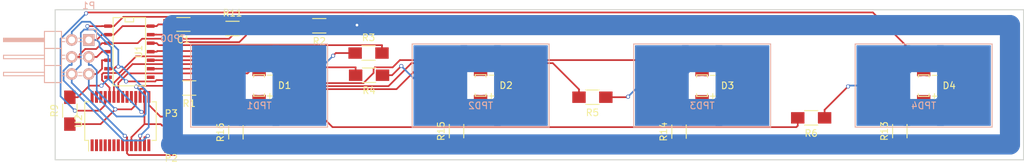
<source format=kicad_pcb>
(kicad_pcb (version 4) (host pcbnew 4.0.4-stable)

  (general
    (links 60)
    (no_connects 0)
    (area 93.394999 74.3288 247.356002 100.703)
    (thickness 1.6)
    (drawings 4)
    (tracks 314)
    (zones 0)
    (modules 27)
    (nets 44)
  )

  (page A4)
  (layers
    (0 F.Cu signal)
    (31 B.Cu signal)
    (32 B.Adhes user)
    (33 F.Adhes user)
    (34 B.Paste user)
    (35 F.Paste user)
    (36 B.SilkS user)
    (37 F.SilkS user)
    (38 B.Mask user)
    (39 F.Mask user)
    (40 Dwgs.User user)
    (41 Cmts.User user)
    (42 Eco1.User user)
    (43 Eco2.User user)
    (44 Edge.Cuts user)
    (45 Margin user)
    (46 B.CrtYd user)
    (47 F.CrtYd user)
    (48 B.Fab user)
    (49 F.Fab user)
  )

  (setup
    (last_trace_width 0.25)
    (trace_clearance 0.2)
    (zone_clearance 0.508)
    (zone_45_only no)
    (trace_min 0.2)
    (segment_width 0.2)
    (edge_width 0.15)
    (via_size 0.6)
    (via_drill 0.4)
    (via_min_size 0.4)
    (via_min_drill 0.3)
    (uvia_size 0.3)
    (uvia_drill 0.1)
    (uvias_allowed no)
    (uvia_min_size 0.2)
    (uvia_min_drill 0.1)
    (pcb_text_width 0.3)
    (pcb_text_size 1.5 1.5)
    (mod_edge_width 0.15)
    (mod_text_size 1 1)
    (mod_text_width 0.15)
    (pad_size 20 12)
    (pad_drill 3)
    (pad_to_mask_clearance 0.2)
    (aux_axis_origin 0 0)
    (visible_elements FFFFFF7F)
    (pcbplotparams
      (layerselection 0x00030_80000001)
      (usegerberextensions false)
      (excludeedgelayer true)
      (linewidth 0.100000)
      (plotframeref false)
      (viasonmask false)
      (mode 1)
      (useauxorigin false)
      (hpglpennumber 1)
      (hpglpenspeed 20)
      (hpglpendiameter 15)
      (hpglpenoverlay 2)
      (psnegative false)
      (psa4output false)
      (plotreference true)
      (plotvalue true)
      (plotinvisibletext false)
      (padsonsilk false)
      (subtractmaskfromsilk false)
      (outputformat 1)
      (mirror false)
      (drillshape 1)
      (scaleselection 1)
      (outputdirectory ""))
  )

  (net 0 "")
  (net 1 GND)
  (net 2 /I2C_SCL)
  (net 3 /TOUCH_RST)
  (net 4 /I2C_SDA)
  (net 5 /TOUCH_CHG)
  (net 6 +3V3)
  (net 7 "Net-(R2-Pad2)")
  (net 8 "Net-(R3-Pad2)")
  (net 9 "Net-(R4-Pad2)")
  (net 10 "Net-(R5-Pad2)")
  (net 11 "Net-(R6-Pad2)")
  (net 12 "Net-(U2-Pad1)")
  (net 13 "Net-(U2-Pad2)")
  (net 14 "Net-(U2-Pad3)")
  (net 15 "Net-(U2-Pad4)")
  (net 16 "Net-(U2-Pad5)")
  (net 17 "Net-(U2-Pad6)")
  (net 18 "Net-(U2-Pad7)")
  (net 19 "Net-(U2-Pad8)")
  (net 20 "Net-(U2-Pad11)")
  (net 21 "Net-(U2-Pad14)")
  (net 22 "Net-(U2-Pad19)")
  (net 23 "Net-(U2-Pad20)")
  (net 24 "Net-(D4-Pad2)")
  (net 25 "Net-(D3-Pad2)")
  (net 26 "Net-(D2-Pad2)")
  (net 27 "Net-(D1-Pad2)")
  (net 28 "Net-(U2-Pad21)")
  (net 29 "Net-(D1-Pad1)")
  (net 30 "Net-(D2-Pad1)")
  (net 31 "Net-(D3-Pad1)")
  (net 32 "Net-(D4-Pad1)")
  (net 33 "Net-(U2-Pad28)")
  (net 34 /GUARD)
  (net 35 /TOUCH1)
  (net 36 /TOUCH2)
  (net 37 /TOUCH3)
  (net 38 /TOUCH4)
  (net 39 "Net-(U1-Pad7)")
  (net 40 "Net-(U1-Pad8)")
  (net 41 "Net-(U2-Pad26)")
  (net 42 "Net-(U2-Pad27)")
  (net 43 "Net-(P2-Pad1)")

  (net_class Default "This is the default net class."
    (clearance 0.2)
    (trace_width 0.25)
    (via_dia 0.6)
    (via_drill 0.4)
    (uvia_dia 0.3)
    (uvia_drill 0.1)
    (add_net +3V3)
    (add_net /I2C_SCL)
    (add_net /I2C_SDA)
    (add_net /TOUCH1)
    (add_net /TOUCH2)
    (add_net /TOUCH3)
    (add_net /TOUCH4)
    (add_net /TOUCH_CHG)
    (add_net /TOUCH_RST)
    (add_net GND)
    (add_net "Net-(D1-Pad1)")
    (add_net "Net-(D1-Pad2)")
    (add_net "Net-(D2-Pad1)")
    (add_net "Net-(D2-Pad2)")
    (add_net "Net-(D3-Pad1)")
    (add_net "Net-(D3-Pad2)")
    (add_net "Net-(D4-Pad1)")
    (add_net "Net-(D4-Pad2)")
    (add_net "Net-(P2-Pad1)")
    (add_net "Net-(R2-Pad2)")
    (add_net "Net-(R3-Pad2)")
    (add_net "Net-(R4-Pad2)")
    (add_net "Net-(R5-Pad2)")
    (add_net "Net-(R6-Pad2)")
    (add_net "Net-(U1-Pad7)")
    (add_net "Net-(U1-Pad8)")
    (add_net "Net-(U2-Pad1)")
    (add_net "Net-(U2-Pad11)")
    (add_net "Net-(U2-Pad14)")
    (add_net "Net-(U2-Pad19)")
    (add_net "Net-(U2-Pad2)")
    (add_net "Net-(U2-Pad20)")
    (add_net "Net-(U2-Pad21)")
    (add_net "Net-(U2-Pad26)")
    (add_net "Net-(U2-Pad27)")
    (add_net "Net-(U2-Pad28)")
    (add_net "Net-(U2-Pad3)")
    (add_net "Net-(U2-Pad4)")
    (add_net "Net-(U2-Pad5)")
    (add_net "Net-(U2-Pad6)")
    (add_net "Net-(U2-Pad7)")
    (add_net "Net-(U2-Pad8)")
  )

  (net_class Guard ""
    (clearance 1)
    (trace_width 1)
    (via_dia 0.6)
    (via_drill 0.4)
    (uvia_dia 0.3)
    (uvia_drill 0.1)
    (add_net /GUARD)
  )

  (module SMD_Packages:SOIC-14_N (layer F.Cu) (tedit 0) (tstamp 57FE5B88)
    (at 113.792 82.9564 270)
    (descr "Module CMS SOJ 14 pins Large")
    (tags "CMS SOJ")
    (path /57FE3ED0)
    (attr smd)
    (fp_text reference U1 (at 0 -1.27 270) (layer F.SilkS)
      (effects (font (size 1 1) (thickness 0.15)))
    )
    (fp_text value AT42QT1070 (at 0 1.27 270) (layer F.Fab)
      (effects (font (size 1 1) (thickness 0.15)))
    )
    (fp_line (start 5.08 -2.286) (end 5.08 2.54) (layer F.SilkS) (width 0.15))
    (fp_line (start 5.08 2.54) (end -5.08 2.54) (layer F.SilkS) (width 0.15))
    (fp_line (start -5.08 2.54) (end -5.08 -2.286) (layer F.SilkS) (width 0.15))
    (fp_line (start -5.08 -2.286) (end 5.08 -2.286) (layer F.SilkS) (width 0.15))
    (fp_line (start -5.08 -0.508) (end -4.445 -0.508) (layer F.SilkS) (width 0.15))
    (fp_line (start -4.445 -0.508) (end -4.445 0.762) (layer F.SilkS) (width 0.15))
    (fp_line (start -4.445 0.762) (end -5.08 0.762) (layer F.SilkS) (width 0.15))
    (pad 1 smd rect (at -3.81 3.302 270) (size 0.508 1.143) (layers F.Cu F.Paste F.Mask)
      (net 6 +3V3))
    (pad 2 smd rect (at -2.54 3.302 270) (size 0.508 1.143) (layers F.Cu F.Paste F.Mask)
      (net 1 GND))
    (pad 3 smd rect (at -1.27 3.302 270) (size 0.508 1.143) (layers F.Cu F.Paste F.Mask)
      (net 4 /I2C_SDA))
    (pad 4 smd rect (at 0 3.302 270) (size 0.508 1.143) (layers F.Cu F.Paste F.Mask)
      (net 3 /TOUCH_RST))
    (pad 5 smd rect (at 1.27 3.302 270) (size 0.508 1.143) (layers F.Cu F.Paste F.Mask)
      (net 5 /TOUCH_CHG))
    (pad 6 smd rect (at 2.54 3.302 270) (size 0.508 1.143) (layers F.Cu F.Paste F.Mask)
      (net 2 /I2C_SCL))
    (pad 7 smd rect (at 3.81 3.302 270) (size 0.508 1.143) (layers F.Cu F.Paste F.Mask)
      (net 39 "Net-(U1-Pad7)"))
    (pad 8 smd rect (at 3.81 -3.048 270) (size 0.508 1.143) (layers F.Cu F.Paste F.Mask)
      (net 40 "Net-(U1-Pad8)"))
    (pad 9 smd rect (at 2.54 -3.048 270) (size 0.508 1.143) (layers F.Cu F.Paste F.Mask)
      (net 11 "Net-(R6-Pad2)"))
    (pad 11 smd rect (at 0 -3.048 270) (size 0.508 1.143) (layers F.Cu F.Paste F.Mask)
      (net 9 "Net-(R4-Pad2)"))
    (pad 12 smd rect (at -1.27 -3.048 270) (size 0.508 1.143) (layers F.Cu F.Paste F.Mask)
      (net 8 "Net-(R3-Pad2)"))
    (pad 13 smd rect (at -2.54 -3.048 270) (size 0.508 1.143) (layers F.Cu F.Paste F.Mask)
      (net 7 "Net-(R2-Pad2)"))
    (pad 14 smd rect (at -3.81 -3.048 270) (size 0.508 1.143) (layers F.Cu F.Paste F.Mask)
      (net 1 GND))
    (pad 10 smd rect (at 1.27 -3.048 270) (size 0.508 1.143) (layers F.Cu F.Paste F.Mask)
      (net 10 "Net-(R5-Pad2)"))
    (model SMD_Packages.3dshapes/SOIC-14_N.wrl
      (at (xyz 0 0 0))
      (scale (xyz 0.5 0.4 0.5))
      (rotate (xyz 0 0 0))
    )
  )

  (module Pin_Headers:Pin_Header_Angled_2x03 (layer B.Cu) (tedit 0) (tstamp 57FE5C93)
    (at 107.62 81.2038 180)
    (descr "Through hole pin header")
    (tags "pin header")
    (path /57FE5C27)
    (fp_text reference P1 (at 0 5.1 180) (layer B.SilkS)
      (effects (font (size 1 1) (thickness 0.15)) (justify mirror))
    )
    (fp_text value CONN_02X03 (at 0 3.1 180) (layer B.Fab)
      (effects (font (size 1 1) (thickness 0.15)) (justify mirror))
    )
    (fp_line (start -1.35 1.75) (end -1.35 -6.85) (layer B.CrtYd) (width 0.05))
    (fp_line (start 13.2 1.75) (end 13.2 -6.85) (layer B.CrtYd) (width 0.05))
    (fp_line (start -1.35 1.75) (end 13.2 1.75) (layer B.CrtYd) (width 0.05))
    (fp_line (start -1.35 -6.85) (end 13.2 -6.85) (layer B.CrtYd) (width 0.05))
    (fp_line (start 1.524 -5.334) (end 1.016 -5.334) (layer B.SilkS) (width 0.15))
    (fp_line (start 1.524 -4.826) (end 1.016 -4.826) (layer B.SilkS) (width 0.15))
    (fp_line (start 1.524 -2.794) (end 1.016 -2.794) (layer B.SilkS) (width 0.15))
    (fp_line (start 1.524 -2.286) (end 1.016 -2.286) (layer B.SilkS) (width 0.15))
    (fp_line (start 1.524 -0.254) (end 1.016 -0.254) (layer B.SilkS) (width 0.15))
    (fp_line (start 1.524 0.254) (end 1.016 0.254) (layer B.SilkS) (width 0.15))
    (fp_line (start 4.064 -2.286) (end 3.556 -2.286) (layer B.SilkS) (width 0.15))
    (fp_line (start 4.064 -2.794) (end 3.556 -2.794) (layer B.SilkS) (width 0.15))
    (fp_line (start 4.064 -4.826) (end 3.556 -4.826) (layer B.SilkS) (width 0.15))
    (fp_line (start 4.064 -5.334) (end 3.556 -5.334) (layer B.SilkS) (width 0.15))
    (fp_line (start 4.064 0.254) (end 3.556 0.254) (layer B.SilkS) (width 0.15))
    (fp_line (start 4.064 -0.254) (end 3.556 -0.254) (layer B.SilkS) (width 0.15))
    (fp_line (start 0 1.55) (end -1.15 1.55) (layer B.SilkS) (width 0.15))
    (fp_line (start -1.15 1.55) (end -1.15 0) (layer B.SilkS) (width 0.15))
    (fp_line (start 6.604 0.127) (end 12.573 0.127) (layer B.SilkS) (width 0.15))
    (fp_line (start 12.573 0.127) (end 12.573 -0.127) (layer B.SilkS) (width 0.15))
    (fp_line (start 12.573 -0.127) (end 6.731 -0.127) (layer B.SilkS) (width 0.15))
    (fp_line (start 6.731 -0.127) (end 6.731 0) (layer B.SilkS) (width 0.15))
    (fp_line (start 6.731 0) (end 12.573 0) (layer B.SilkS) (width 0.15))
    (fp_line (start 4.064 -1.27) (end 4.064 -3.81) (layer B.SilkS) (width 0.15))
    (fp_line (start 4.064 -3.81) (end 6.604 -3.81) (layer B.SilkS) (width 0.15))
    (fp_line (start 6.604 -2.286) (end 12.7 -2.286) (layer B.SilkS) (width 0.15))
    (fp_line (start 12.7 -2.286) (end 12.7 -2.794) (layer B.SilkS) (width 0.15))
    (fp_line (start 12.7 -2.794) (end 6.604 -2.794) (layer B.SilkS) (width 0.15))
    (fp_line (start 6.604 -3.81) (end 6.604 -1.27) (layer B.SilkS) (width 0.15))
    (fp_line (start 4.064 -6.35) (end 6.604 -6.35) (layer B.SilkS) (width 0.15))
    (fp_line (start 6.604 -6.35) (end 6.604 -3.81) (layer B.SilkS) (width 0.15))
    (fp_line (start 12.7 -5.334) (end 6.604 -5.334) (layer B.SilkS) (width 0.15))
    (fp_line (start 12.7 -4.826) (end 12.7 -5.334) (layer B.SilkS) (width 0.15))
    (fp_line (start 6.604 -4.826) (end 12.7 -4.826) (layer B.SilkS) (width 0.15))
    (fp_line (start 4.064 -6.35) (end 6.604 -6.35) (layer B.SilkS) (width 0.15))
    (fp_line (start 4.064 -3.81) (end 4.064 -6.35) (layer B.SilkS) (width 0.15))
    (fp_line (start 4.064 -3.81) (end 6.604 -3.81) (layer B.SilkS) (width 0.15))
    (fp_line (start 4.064 -1.27) (end 6.604 -1.27) (layer B.SilkS) (width 0.15))
    (fp_line (start 6.604 -1.27) (end 6.604 1.27) (layer B.SilkS) (width 0.15))
    (fp_line (start 12.7 -0.254) (end 6.604 -0.254) (layer B.SilkS) (width 0.15))
    (fp_line (start 12.7 0.254) (end 12.7 -0.254) (layer B.SilkS) (width 0.15))
    (fp_line (start 6.604 0.254) (end 12.7 0.254) (layer B.SilkS) (width 0.15))
    (fp_line (start 4.064 -1.27) (end 6.604 -1.27) (layer B.SilkS) (width 0.15))
    (fp_line (start 4.064 1.27) (end 4.064 -1.27) (layer B.SilkS) (width 0.15))
    (fp_line (start 4.064 1.27) (end 6.604 1.27) (layer B.SilkS) (width 0.15))
    (pad 1 thru_hole rect (at 0 0 180) (size 1.7272 1.7272) (drill 1.016) (layers *.Cu *.Mask B.SilkS)
      (net 1 GND))
    (pad 2 thru_hole oval (at 2.54 0 180) (size 1.7272 1.7272) (drill 1.016) (layers *.Cu *.Mask B.SilkS)
      (net 2 /I2C_SCL))
    (pad 3 thru_hole oval (at 0 -2.54 180) (size 1.7272 1.7272) (drill 1.016) (layers *.Cu *.Mask B.SilkS)
      (net 3 /TOUCH_RST))
    (pad 4 thru_hole oval (at 2.54 -2.54 180) (size 1.7272 1.7272) (drill 1.016) (layers *.Cu *.Mask B.SilkS)
      (net 4 /I2C_SDA))
    (pad 5 thru_hole oval (at 0 -5.08 180) (size 1.7272 1.7272) (drill 1.016) (layers *.Cu *.Mask B.SilkS)
      (net 5 /TOUCH_CHG))
    (pad 6 thru_hole oval (at 2.54 -5.08 180) (size 1.7272 1.7272) (drill 1.016) (layers *.Cu *.Mask B.SilkS)
      (net 6 +3V3))
    (model Pin_Headers.3dshapes/Pin_Header_Angled_2x03.wrl
      (at (xyz 0.05 -0.1 0))
      (scale (xyz 1 1 1))
      (rotate (xyz 0 0 90))
    )
  )

  (module Capacitors_SMD:C_1206_HandSoldering (layer F.Cu) (tedit 541A9C03) (tstamp 57FE60C7)
    (at 121.717 78.8924 180)
    (descr "Capacitor SMD 1206, hand soldering")
    (tags "capacitor 1206")
    (path /57FE6176)
    (attr smd)
    (fp_text reference C1 (at 0 -2.3 180) (layer F.SilkS)
      (effects (font (size 1 1) (thickness 0.15)))
    )
    (fp_text value C (at 0 2.3 180) (layer F.Fab)
      (effects (font (size 1 1) (thickness 0.15)))
    )
    (fp_line (start -1.6 0.8) (end -1.6 -0.8) (layer F.Fab) (width 0.15))
    (fp_line (start 1.6 0.8) (end -1.6 0.8) (layer F.Fab) (width 0.15))
    (fp_line (start 1.6 -0.8) (end 1.6 0.8) (layer F.Fab) (width 0.15))
    (fp_line (start -1.6 -0.8) (end 1.6 -0.8) (layer F.Fab) (width 0.15))
    (fp_line (start -3.3 -1.15) (end 3.3 -1.15) (layer F.CrtYd) (width 0.05))
    (fp_line (start -3.3 1.15) (end 3.3 1.15) (layer F.CrtYd) (width 0.05))
    (fp_line (start -3.3 -1.15) (end -3.3 1.15) (layer F.CrtYd) (width 0.05))
    (fp_line (start 3.3 -1.15) (end 3.3 1.15) (layer F.CrtYd) (width 0.05))
    (fp_line (start 1 -1.025) (end -1 -1.025) (layer F.SilkS) (width 0.15))
    (fp_line (start -1 1.025) (end 1 1.025) (layer F.SilkS) (width 0.15))
    (pad 1 smd rect (at -2 0 180) (size 2 1.6) (layers F.Cu F.Paste F.Mask)
      (net 6 +3V3))
    (pad 2 smd rect (at 2 0 180) (size 2 1.6) (layers F.Cu F.Paste F.Mask)
      (net 1 GND))
    (model Capacitors_SMD.3dshapes/C_1206_HandSoldering.wrl
      (at (xyz 0 0 0))
      (scale (xyz 1 1 1))
      (rotate (xyz 0 0 0))
    )
  )

  (module Resistors_SMD:R_1206_HandSoldering (layer F.Cu) (tedit 5418A20D) (tstamp 57FE60D6)
    (at 122.58 88.3666 180)
    (descr "Resistor SMD 1206, hand soldering")
    (tags "resistor 1206")
    (path /57FF9B61)
    (attr smd)
    (fp_text reference R1 (at 0 -2.3 180) (layer F.SilkS)
      (effects (font (size 1 1) (thickness 0.15)))
    )
    (fp_text value 4.7k (at 0 2.3 180) (layer F.Fab)
      (effects (font (size 1 1) (thickness 0.15)))
    )
    (fp_line (start -3.3 -1.2) (end 3.3 -1.2) (layer F.CrtYd) (width 0.05))
    (fp_line (start -3.3 1.2) (end 3.3 1.2) (layer F.CrtYd) (width 0.05))
    (fp_line (start -3.3 -1.2) (end -3.3 1.2) (layer F.CrtYd) (width 0.05))
    (fp_line (start 3.3 -1.2) (end 3.3 1.2) (layer F.CrtYd) (width 0.05))
    (fp_line (start 1 1.075) (end -1 1.075) (layer F.SilkS) (width 0.15))
    (fp_line (start -1 -1.075) (end 1 -1.075) (layer F.SilkS) (width 0.15))
    (pad 1 smd rect (at -2 0 180) (size 2 1.7) (layers F.Cu F.Paste F.Mask)
      (net 6 +3V3))
    (pad 2 smd rect (at 2 0 180) (size 2 1.7) (layers F.Cu F.Paste F.Mask)
      (net 5 /TOUCH_CHG))
    (model Resistors_SMD.3dshapes/R_1206_HandSoldering.wrl
      (at (xyz 0 0 0))
      (scale (xyz 1 1 1))
      (rotate (xyz 0 0 0))
    )
  )

  (module Resistors_SMD:R_1206_HandSoldering (layer F.Cu) (tedit 5418A20D) (tstamp 57FE60E1)
    (at 141.961 79.0956 180)
    (descr "Resistor SMD 1206, hand soldering")
    (tags "resistor 1206")
    (path /57FE4046)
    (attr smd)
    (fp_text reference R2 (at 0 -2.3 180) (layer F.SilkS)
      (effects (font (size 1 1) (thickness 0.15)))
    )
    (fp_text value 4.7k-20k (at 0 2.3 180) (layer F.Fab)
      (effects (font (size 1 1) (thickness 0.15)))
    )
    (fp_line (start -3.3 -1.2) (end 3.3 -1.2) (layer F.CrtYd) (width 0.05))
    (fp_line (start -3.3 1.2) (end 3.3 1.2) (layer F.CrtYd) (width 0.05))
    (fp_line (start -3.3 -1.2) (end -3.3 1.2) (layer F.CrtYd) (width 0.05))
    (fp_line (start 3.3 -1.2) (end 3.3 1.2) (layer F.CrtYd) (width 0.05))
    (fp_line (start 1 1.075) (end -1 1.075) (layer F.SilkS) (width 0.15))
    (fp_line (start -1 -1.075) (end 1 -1.075) (layer F.SilkS) (width 0.15))
    (pad 1 smd rect (at -2 0 180) (size 2 1.7) (layers F.Cu F.Paste F.Mask)
      (net 34 /GUARD))
    (pad 2 smd rect (at 2 0 180) (size 2 1.7) (layers F.Cu F.Paste F.Mask)
      (net 7 "Net-(R2-Pad2)"))
    (model Resistors_SMD.3dshapes/R_1206_HandSoldering.wrl
      (at (xyz 0 0 0))
      (scale (xyz 1 1 1))
      (rotate (xyz 0 0 0))
    )
  )

  (module Resistors_SMD:R_1206_HandSoldering (layer F.Cu) (tedit 5418A20D) (tstamp 57FE60EC)
    (at 149.301 83.1596)
    (descr "Resistor SMD 1206, hand soldering")
    (tags "resistor 1206")
    (path /57FE4080)
    (attr smd)
    (fp_text reference R3 (at 0 -2.3) (layer F.SilkS)
      (effects (font (size 1 1) (thickness 0.15)))
    )
    (fp_text value 4.7k (at 0 2.3) (layer F.Fab)
      (effects (font (size 1 1) (thickness 0.15)))
    )
    (fp_line (start -3.3 -1.2) (end 3.3 -1.2) (layer F.CrtYd) (width 0.05))
    (fp_line (start -3.3 1.2) (end 3.3 1.2) (layer F.CrtYd) (width 0.05))
    (fp_line (start -3.3 -1.2) (end -3.3 1.2) (layer F.CrtYd) (width 0.05))
    (fp_line (start 3.3 -1.2) (end 3.3 1.2) (layer F.CrtYd) (width 0.05))
    (fp_line (start 1 1.075) (end -1 1.075) (layer F.SilkS) (width 0.15))
    (fp_line (start -1 -1.075) (end 1 -1.075) (layer F.SilkS) (width 0.15))
    (pad 1 smd rect (at -2 0) (size 2 1.7) (layers F.Cu F.Paste F.Mask)
      (net 35 /TOUCH1))
    (pad 2 smd rect (at 2 0) (size 2 1.7) (layers F.Cu F.Paste F.Mask)
      (net 8 "Net-(R3-Pad2)"))
    (model Resistors_SMD.3dshapes/R_1206_HandSoldering.wrl
      (at (xyz 0 0 0))
      (scale (xyz 1 1 1))
      (rotate (xyz 0 0 0))
    )
  )

  (module Resistors_SMD:R_1206_HandSoldering (layer F.Cu) (tedit 5418A20D) (tstamp 57FE60F7)
    (at 149.377 86.4616 180)
    (descr "Resistor SMD 1206, hand soldering")
    (tags "resistor 1206")
    (path /57FE40A0)
    (attr smd)
    (fp_text reference R4 (at 0 -2.3 180) (layer F.SilkS)
      (effects (font (size 1 1) (thickness 0.15)))
    )
    (fp_text value 4.7k (at 0 2.3 180) (layer F.Fab)
      (effects (font (size 1 1) (thickness 0.15)))
    )
    (fp_line (start -3.3 -1.2) (end 3.3 -1.2) (layer F.CrtYd) (width 0.05))
    (fp_line (start -3.3 1.2) (end 3.3 1.2) (layer F.CrtYd) (width 0.05))
    (fp_line (start -3.3 -1.2) (end -3.3 1.2) (layer F.CrtYd) (width 0.05))
    (fp_line (start 3.3 -1.2) (end 3.3 1.2) (layer F.CrtYd) (width 0.05))
    (fp_line (start 1 1.075) (end -1 1.075) (layer F.SilkS) (width 0.15))
    (fp_line (start -1 -1.075) (end 1 -1.075) (layer F.SilkS) (width 0.15))
    (pad 1 smd rect (at -2 0 180) (size 2 1.7) (layers F.Cu F.Paste F.Mask)
      (net 36 /TOUCH2))
    (pad 2 smd rect (at 2 0 180) (size 2 1.7) (layers F.Cu F.Paste F.Mask)
      (net 9 "Net-(R4-Pad2)"))
    (model Resistors_SMD.3dshapes/R_1206_HandSoldering.wrl
      (at (xyz 0 0 0))
      (scale (xyz 1 1 1))
      (rotate (xyz 0 0 0))
    )
  )

  (module Resistors_SMD:R_1206_HandSoldering (layer F.Cu) (tedit 5418A20D) (tstamp 57FE6102)
    (at 182.651 89.7382 180)
    (descr "Resistor SMD 1206, hand soldering")
    (tags "resistor 1206")
    (path /57FE40C4)
    (attr smd)
    (fp_text reference R5 (at 0 -2.3 180) (layer F.SilkS)
      (effects (font (size 1 1) (thickness 0.15)))
    )
    (fp_text value 4.7k (at 0 2.3 180) (layer F.Fab)
      (effects (font (size 1 1) (thickness 0.15)))
    )
    (fp_line (start -3.3 -1.2) (end 3.3 -1.2) (layer F.CrtYd) (width 0.05))
    (fp_line (start -3.3 1.2) (end 3.3 1.2) (layer F.CrtYd) (width 0.05))
    (fp_line (start -3.3 -1.2) (end -3.3 1.2) (layer F.CrtYd) (width 0.05))
    (fp_line (start 3.3 -1.2) (end 3.3 1.2) (layer F.CrtYd) (width 0.05))
    (fp_line (start 1 1.075) (end -1 1.075) (layer F.SilkS) (width 0.15))
    (fp_line (start -1 -1.075) (end 1 -1.075) (layer F.SilkS) (width 0.15))
    (pad 1 smd rect (at -2 0 180) (size 2 1.7) (layers F.Cu F.Paste F.Mask)
      (net 37 /TOUCH3))
    (pad 2 smd rect (at 2 0 180) (size 2 1.7) (layers F.Cu F.Paste F.Mask)
      (net 10 "Net-(R5-Pad2)"))
    (model Resistors_SMD.3dshapes/R_1206_HandSoldering.wrl
      (at (xyz 0 0 0))
      (scale (xyz 1 1 1))
      (rotate (xyz 0 0 0))
    )
  )

  (module Resistors_SMD:R_1206_HandSoldering (layer F.Cu) (tedit 5418A20D) (tstamp 57FE610D)
    (at 215.24 92.8116 180)
    (descr "Resistor SMD 1206, hand soldering")
    (tags "resistor 1206")
    (path /57FE40EA)
    (attr smd)
    (fp_text reference R6 (at 0 -2.3 180) (layer F.SilkS)
      (effects (font (size 1 1) (thickness 0.15)))
    )
    (fp_text value 4.7k (at 0 2.3 180) (layer F.Fab)
      (effects (font (size 1 1) (thickness 0.15)))
    )
    (fp_line (start -3.3 -1.2) (end 3.3 -1.2) (layer F.CrtYd) (width 0.05))
    (fp_line (start -3.3 1.2) (end 3.3 1.2) (layer F.CrtYd) (width 0.05))
    (fp_line (start -3.3 -1.2) (end -3.3 1.2) (layer F.CrtYd) (width 0.05))
    (fp_line (start 3.3 -1.2) (end 3.3 1.2) (layer F.CrtYd) (width 0.05))
    (fp_line (start 1 1.075) (end -1 1.075) (layer F.SilkS) (width 0.15))
    (fp_line (start -1 -1.075) (end 1 -1.075) (layer F.SilkS) (width 0.15))
    (pad 1 smd rect (at -2 0 180) (size 2 1.7) (layers F.Cu F.Paste F.Mask)
      (net 38 /TOUCH4))
    (pad 2 smd rect (at 2 0 180) (size 2 1.7) (layers F.Cu F.Paste F.Mask)
      (net 11 "Net-(R6-Pad2)"))
    (model Resistors_SMD.3dshapes/R_1206_HandSoldering.wrl
      (at (xyz 0 0 0))
      (scale (xyz 1 1 1))
      (rotate (xyz 0 0 0))
    )
  )

  (module Resistors_SMD:R_1206_HandSoldering (layer F.Cu) (tedit 5418A20D) (tstamp 57FE612E)
    (at 104.8 91.7448 90)
    (descr "Resistor SMD 1206, hand soldering")
    (tags "resistor 1206")
    (path /57FE65D7)
    (attr smd)
    (fp_text reference R9 (at 0 -2.3 90) (layer F.SilkS)
      (effects (font (size 1 1) (thickness 0.15)))
    )
    (fp_text value 47k (at 0 2.3 90) (layer F.Fab)
      (effects (font (size 1 1) (thickness 0.15)))
    )
    (fp_line (start -3.3 -1.2) (end 3.3 -1.2) (layer F.CrtYd) (width 0.05))
    (fp_line (start -3.3 1.2) (end 3.3 1.2) (layer F.CrtYd) (width 0.05))
    (fp_line (start -3.3 -1.2) (end -3.3 1.2) (layer F.CrtYd) (width 0.05))
    (fp_line (start 3.3 -1.2) (end 3.3 1.2) (layer F.CrtYd) (width 0.05))
    (fp_line (start 1 1.075) (end -1 1.075) (layer F.SilkS) (width 0.15))
    (fp_line (start -1 -1.075) (end 1 -1.075) (layer F.SilkS) (width 0.15))
    (pad 1 smd rect (at -2 0 90) (size 2 1.7) (layers F.Cu F.Paste F.Mask)
      (net 3 /TOUCH_RST))
    (pad 2 smd rect (at 2 0 90) (size 2 1.7) (layers F.Cu F.Paste F.Mask)
      (net 1 GND))
    (model Resistors_SMD.3dshapes/R_1206_HandSoldering.wrl
      (at (xyz 0 0 0))
      (scale (xyz 1 1 1))
      (rotate (xyz 0 0 0))
    )
  )

  (module Resistors_SMD:R_1206_HandSoldering (layer F.Cu) (tedit 5418A20D) (tstamp 57FF83FE)
    (at 129.032 79.502)
    (descr "Resistor SMD 1206, hand soldering")
    (tags "resistor 1206")
    (path /57FE3F7C)
    (attr smd)
    (fp_text reference R11 (at 0 -2.3) (layer F.SilkS)
      (effects (font (size 1 1) (thickness 0.15)))
    )
    (fp_text value 4.7k (at 0 2.3) (layer F.Fab)
      (effects (font (size 1 1) (thickness 0.15)))
    )
    (fp_line (start -3.3 -1.2) (end 3.3 -1.2) (layer F.CrtYd) (width 0.05))
    (fp_line (start -3.3 1.2) (end 3.3 1.2) (layer F.CrtYd) (width 0.05))
    (fp_line (start -3.3 -1.2) (end -3.3 1.2) (layer F.CrtYd) (width 0.05))
    (fp_line (start 3.3 -1.2) (end 3.3 1.2) (layer F.CrtYd) (width 0.05))
    (fp_line (start 1 1.075) (end -1 1.075) (layer F.SilkS) (width 0.15))
    (fp_line (start -1 -1.075) (end 1 -1.075) (layer F.SilkS) (width 0.15))
    (pad 1 smd rect (at -2 0) (size 2 1.7) (layers F.Cu F.Paste F.Mask)
      (net 6 +3V3))
    (pad 2 smd rect (at 2 0) (size 2 1.7) (layers F.Cu F.Paste F.Mask)
      (net 4 /I2C_SDA))
    (model Resistors_SMD.3dshapes/R_1206_HandSoldering.wrl
      (at (xyz 0 0 0))
      (scale (xyz 1 1 1))
      (rotate (xyz 0 0 0))
    )
  )

  (module Resistors_SMD:R_1206_HandSoldering (layer F.Cu) (tedit 5418A20D) (tstamp 57FF84C2)
    (at 228.448 94.7928 90)
    (descr "Resistor SMD 1206, hand soldering")
    (tags "resistor 1206")
    (path /57FE7AAF)
    (attr smd)
    (fp_text reference R13 (at 0 -2.3 90) (layer F.SilkS)
      (effects (font (size 1 1) (thickness 0.15)))
    )
    (fp_text value 1.2k (at 0 2.3 90) (layer F.Fab)
      (effects (font (size 1 1) (thickness 0.15)))
    )
    (fp_line (start -3.3 -1.2) (end 3.3 -1.2) (layer F.CrtYd) (width 0.05))
    (fp_line (start -3.3 1.2) (end 3.3 1.2) (layer F.CrtYd) (width 0.05))
    (fp_line (start -3.3 -1.2) (end -3.3 1.2) (layer F.CrtYd) (width 0.05))
    (fp_line (start 3.3 -1.2) (end 3.3 1.2) (layer F.CrtYd) (width 0.05))
    (fp_line (start 1 1.075) (end -1 1.075) (layer F.SilkS) (width 0.15))
    (fp_line (start -1 -1.075) (end 1 -1.075) (layer F.SilkS) (width 0.15))
    (pad 1 smd rect (at -2 0 90) (size 2 1.7) (layers F.Cu F.Paste F.Mask)
      (net 6 +3V3))
    (pad 2 smd rect (at 2 0 90) (size 2 1.7) (layers F.Cu F.Paste F.Mask)
      (net 24 "Net-(D4-Pad2)"))
    (model Resistors_SMD.3dshapes/R_1206_HandSoldering.wrl
      (at (xyz 0 0 0))
      (scale (xyz 1 1 1))
      (rotate (xyz 0 0 0))
    )
  )

  (module Resistors_SMD:R_1206_HandSoldering (layer F.Cu) (tedit 5418A20D) (tstamp 57FF84C8)
    (at 195.555 94.869 90)
    (descr "Resistor SMD 1206, hand soldering")
    (tags "resistor 1206")
    (path /57FE7B16)
    (attr smd)
    (fp_text reference R14 (at 0 -2.3 90) (layer F.SilkS)
      (effects (font (size 1 1) (thickness 0.15)))
    )
    (fp_text value 1.2k (at 0 2.3 90) (layer F.Fab)
      (effects (font (size 1 1) (thickness 0.15)))
    )
    (fp_line (start -3.3 -1.2) (end 3.3 -1.2) (layer F.CrtYd) (width 0.05))
    (fp_line (start -3.3 1.2) (end 3.3 1.2) (layer F.CrtYd) (width 0.05))
    (fp_line (start -3.3 -1.2) (end -3.3 1.2) (layer F.CrtYd) (width 0.05))
    (fp_line (start 3.3 -1.2) (end 3.3 1.2) (layer F.CrtYd) (width 0.05))
    (fp_line (start 1 1.075) (end -1 1.075) (layer F.SilkS) (width 0.15))
    (fp_line (start -1 -1.075) (end 1 -1.075) (layer F.SilkS) (width 0.15))
    (pad 1 smd rect (at -2 0 90) (size 2 1.7) (layers F.Cu F.Paste F.Mask)
      (net 6 +3V3))
    (pad 2 smd rect (at 2 0 90) (size 2 1.7) (layers F.Cu F.Paste F.Mask)
      (net 25 "Net-(D3-Pad2)"))
    (model Resistors_SMD.3dshapes/R_1206_HandSoldering.wrl
      (at (xyz 0 0 0))
      (scale (xyz 1 1 1))
      (rotate (xyz 0 0 0))
    )
  )

  (module Resistors_SMD:R_1206_HandSoldering (layer F.Cu) (tedit 5418A20D) (tstamp 57FF84CE)
    (at 162.408 94.7928 90)
    (descr "Resistor SMD 1206, hand soldering")
    (tags "resistor 1206")
    (path /57FE7B80)
    (attr smd)
    (fp_text reference R15 (at 0 -2.3 90) (layer F.SilkS)
      (effects (font (size 1 1) (thickness 0.15)))
    )
    (fp_text value 1.2k (at 0 2.3 90) (layer F.Fab)
      (effects (font (size 1 1) (thickness 0.15)))
    )
    (fp_line (start -3.3 -1.2) (end 3.3 -1.2) (layer F.CrtYd) (width 0.05))
    (fp_line (start -3.3 1.2) (end 3.3 1.2) (layer F.CrtYd) (width 0.05))
    (fp_line (start -3.3 -1.2) (end -3.3 1.2) (layer F.CrtYd) (width 0.05))
    (fp_line (start 3.3 -1.2) (end 3.3 1.2) (layer F.CrtYd) (width 0.05))
    (fp_line (start 1 1.075) (end -1 1.075) (layer F.SilkS) (width 0.15))
    (fp_line (start -1 -1.075) (end 1 -1.075) (layer F.SilkS) (width 0.15))
    (pad 1 smd rect (at -2 0 90) (size 2 1.7) (layers F.Cu F.Paste F.Mask)
      (net 6 +3V3))
    (pad 2 smd rect (at 2 0 90) (size 2 1.7) (layers F.Cu F.Paste F.Mask)
      (net 26 "Net-(D2-Pad2)"))
    (model Resistors_SMD.3dshapes/R_1206_HandSoldering.wrl
      (at (xyz 0 0 0))
      (scale (xyz 1 1 1))
      (rotate (xyz 0 0 0))
    )
  )

  (module Resistors_SMD:R_1206_HandSoldering (layer F.Cu) (tedit 5418A20D) (tstamp 57FF84D4)
    (at 129.54 94.9706 90)
    (descr "Resistor SMD 1206, hand soldering")
    (tags "resistor 1206")
    (path /57FE7BF3)
    (attr smd)
    (fp_text reference R16 (at 0 -2.3 90) (layer F.SilkS)
      (effects (font (size 1 1) (thickness 0.15)))
    )
    (fp_text value 1.2k (at 0 2.3 90) (layer F.Fab)
      (effects (font (size 1 1) (thickness 0.15)))
    )
    (fp_line (start -3.3 -1.2) (end 3.3 -1.2) (layer F.CrtYd) (width 0.05))
    (fp_line (start -3.3 1.2) (end 3.3 1.2) (layer F.CrtYd) (width 0.05))
    (fp_line (start -3.3 -1.2) (end -3.3 1.2) (layer F.CrtYd) (width 0.05))
    (fp_line (start 3.3 -1.2) (end 3.3 1.2) (layer F.CrtYd) (width 0.05))
    (fp_line (start 1 1.075) (end -1 1.075) (layer F.SilkS) (width 0.15))
    (fp_line (start -1 -1.075) (end 1 -1.075) (layer F.SilkS) (width 0.15))
    (pad 1 smd rect (at -2 0 90) (size 2 1.7) (layers F.Cu F.Paste F.Mask)
      (net 6 +3V3))
    (pad 2 smd rect (at 2 0 90) (size 2 1.7) (layers F.Cu F.Paste F.Mask)
      (net 27 "Net-(D1-Pad2)"))
    (model Resistors_SMD.3dshapes/R_1206_HandSoldering.wrl
      (at (xyz 0 0 0))
      (scale (xyz 1 1 1))
      (rotate (xyz 0 0 0))
    )
  )

  (module Housings_SSOP:SSOP-28_5.3x10.2mm_Pitch0.65mm (layer F.Cu) (tedit 54130A77) (tstamp 57FF84E1)
    (at 112.344 93.2942 90)
    (descr "28-Lead Plastic Shrink Small Outline (SS)-5.30 mm Body [SSOP] (see Microchip Packaging Specification 00000049BS.pdf)")
    (tags "SSOP 0.65")
    (path /57FE8AAA)
    (attr smd)
    (fp_text reference U2 (at 0 -6.25 90) (layer F.SilkS)
      (effects (font (size 1 1) (thickness 0.15)))
    )
    (fp_text value MCP23017 (at 0 6.25 90) (layer F.Fab)
      (effects (font (size 1 1) (thickness 0.15)))
    )
    (fp_line (start -1.65 -5.1) (end 2.65 -5.1) (layer F.Fab) (width 0.15))
    (fp_line (start 2.65 -5.1) (end 2.65 5.1) (layer F.Fab) (width 0.15))
    (fp_line (start 2.65 5.1) (end -2.65 5.1) (layer F.Fab) (width 0.15))
    (fp_line (start -2.65 5.1) (end -2.65 -4.1) (layer F.Fab) (width 0.15))
    (fp_line (start -2.65 -4.1) (end -1.65 -5.1) (layer F.Fab) (width 0.15))
    (fp_line (start -4.75 -5.5) (end -4.75 5.5) (layer F.CrtYd) (width 0.05))
    (fp_line (start 4.75 -5.5) (end 4.75 5.5) (layer F.CrtYd) (width 0.05))
    (fp_line (start -4.75 -5.5) (end 4.75 -5.5) (layer F.CrtYd) (width 0.05))
    (fp_line (start -4.75 5.5) (end 4.75 5.5) (layer F.CrtYd) (width 0.05))
    (fp_line (start -2.875 -5.325) (end -2.875 -4.75) (layer F.SilkS) (width 0.15))
    (fp_line (start 2.875 -5.325) (end 2.875 -4.675) (layer F.SilkS) (width 0.15))
    (fp_line (start 2.875 5.325) (end 2.875 4.675) (layer F.SilkS) (width 0.15))
    (fp_line (start -2.875 5.325) (end -2.875 4.675) (layer F.SilkS) (width 0.15))
    (fp_line (start -2.875 -5.325) (end 2.875 -5.325) (layer F.SilkS) (width 0.15))
    (fp_line (start -2.875 5.325) (end 2.875 5.325) (layer F.SilkS) (width 0.15))
    (fp_line (start -2.875 -4.75) (end -4.475 -4.75) (layer F.SilkS) (width 0.15))
    (pad 1 smd rect (at -3.6 -4.225 90) (size 1.75 0.45) (layers F.Cu F.Paste F.Mask)
      (net 12 "Net-(U2-Pad1)"))
    (pad 2 smd rect (at -3.6 -3.575 90) (size 1.75 0.45) (layers F.Cu F.Paste F.Mask)
      (net 13 "Net-(U2-Pad2)"))
    (pad 3 smd rect (at -3.6 -2.925 90) (size 1.75 0.45) (layers F.Cu F.Paste F.Mask)
      (net 14 "Net-(U2-Pad3)"))
    (pad 4 smd rect (at -3.6 -2.275 90) (size 1.75 0.45) (layers F.Cu F.Paste F.Mask)
      (net 15 "Net-(U2-Pad4)"))
    (pad 5 smd rect (at -3.6 -1.625 90) (size 1.75 0.45) (layers F.Cu F.Paste F.Mask)
      (net 16 "Net-(U2-Pad5)"))
    (pad 6 smd rect (at -3.6 -0.975 90) (size 1.75 0.45) (layers F.Cu F.Paste F.Mask)
      (net 17 "Net-(U2-Pad6)"))
    (pad 7 smd rect (at -3.6 -0.325 90) (size 1.75 0.45) (layers F.Cu F.Paste F.Mask)
      (net 18 "Net-(U2-Pad7)"))
    (pad 8 smd rect (at -3.6 0.325 90) (size 1.75 0.45) (layers F.Cu F.Paste F.Mask)
      (net 19 "Net-(U2-Pad8)"))
    (pad 9 smd rect (at -3.6 0.975 90) (size 1.75 0.45) (layers F.Cu F.Paste F.Mask)
      (net 6 +3V3))
    (pad 10 smd rect (at -3.6 1.625 90) (size 1.75 0.45) (layers F.Cu F.Paste F.Mask)
      (net 1 GND))
    (pad 11 smd rect (at -3.6 2.275 90) (size 1.75 0.45) (layers F.Cu F.Paste F.Mask)
      (net 20 "Net-(U2-Pad11)"))
    (pad 12 smd rect (at -3.6 2.925 90) (size 1.75 0.45) (layers F.Cu F.Paste F.Mask)
      (net 2 /I2C_SCL))
    (pad 13 smd rect (at -3.6 3.575 90) (size 1.75 0.45) (layers F.Cu F.Paste F.Mask)
      (net 4 /I2C_SDA))
    (pad 14 smd rect (at -3.6 4.225 90) (size 1.75 0.45) (layers F.Cu F.Paste F.Mask)
      (net 21 "Net-(U2-Pad14)"))
    (pad 15 smd rect (at 3.6 4.225 90) (size 1.75 0.45) (layers F.Cu F.Paste F.Mask)
      (net 43 "Net-(P2-Pad1)"))
    (pad 16 smd rect (at 3.6 3.575 90) (size 1.75 0.45) (layers F.Cu F.Paste F.Mask)
      (net 1 GND))
    (pad 17 smd rect (at 3.6 2.925 90) (size 1.75 0.45) (layers F.Cu F.Paste F.Mask)
      (net 1 GND))
    (pad 18 smd rect (at 3.6 2.275 90) (size 1.75 0.45) (layers F.Cu F.Paste F.Mask)
      (net 3 /TOUCH_RST))
    (pad 19 smd rect (at 3.6 1.625 90) (size 1.75 0.45) (layers F.Cu F.Paste F.Mask)
      (net 22 "Net-(U2-Pad19)"))
    (pad 20 smd rect (at 3.6 0.975 90) (size 1.75 0.45) (layers F.Cu F.Paste F.Mask)
      (net 23 "Net-(U2-Pad20)"))
    (pad 21 smd rect (at 3.6 0.325 90) (size 1.75 0.45) (layers F.Cu F.Paste F.Mask)
      (net 28 "Net-(U2-Pad21)"))
    (pad 22 smd rect (at 3.6 -0.325 90) (size 1.75 0.45) (layers F.Cu F.Paste F.Mask)
      (net 29 "Net-(D1-Pad1)"))
    (pad 23 smd rect (at 3.6 -0.975 90) (size 1.75 0.45) (layers F.Cu F.Paste F.Mask)
      (net 30 "Net-(D2-Pad1)"))
    (pad 24 smd rect (at 3.6 -1.625 90) (size 1.75 0.45) (layers F.Cu F.Paste F.Mask)
      (net 31 "Net-(D3-Pad1)"))
    (pad 25 smd rect (at 3.6 -2.275 90) (size 1.75 0.45) (layers F.Cu F.Paste F.Mask)
      (net 32 "Net-(D4-Pad1)"))
    (pad 26 smd rect (at 3.6 -2.925 90) (size 1.75 0.45) (layers F.Cu F.Paste F.Mask)
      (net 41 "Net-(U2-Pad26)"))
    (pad 27 smd rect (at 3.6 -3.575 90) (size 1.75 0.45) (layers F.Cu F.Paste F.Mask)
      (net 42 "Net-(U2-Pad27)"))
    (pad 28 smd rect (at 3.6 -4.225 90) (size 1.75 0.45) (layers F.Cu F.Paste F.Mask)
      (net 33 "Net-(U2-Pad28)"))
    (model Housings_SSOP.3dshapes/SSOP-28_5.3x10.2mm_Pitch0.65mm.wrl
      (at (xyz 0 0 0))
      (scale (xyz 1 1 1))
      (rotate (xyz 0 0 0))
    )
  )

  (module plan44:LED1206_rev_mount (layer F.Cu) (tedit 57FF83A8) (tstamp 57FF83DE)
    (at 232.004 88.011)
    (tags LED)
    (path /57FFE599)
    (fp_text reference D4 (at 3.8 0) (layer F.SilkS)
      (effects (font (size 1 1) (thickness 0.15)))
    )
    (fp_text value Led_Small (at -2.6 0 90) (layer F.Fab) hide
      (effects (font (size 0.6 0.6) (thickness 0.15)))
    )
    (fp_text user - (at 1.6 -1.6) (layer F.SilkS)
      (effects (font (size 1 1) (thickness 0.15)))
    )
    (fp_text user + (at 1.6 1.5) (layer F.SilkS)
      (effects (font (size 1 1) (thickness 0.15)))
    )
    (fp_line (start 0.8 -1.6) (end 0.8 1.6) (layer F.SilkS) (width 0.15))
    (fp_line (start 0.8 1.6) (end -0.8 1.6) (layer F.SilkS) (width 0.15))
    (fp_line (start -0.8 1.6) (end -0.8 -1.6) (layer F.SilkS) (width 0.15))
    (fp_line (start -0.8 -1.6) (end 0.8 -1.6) (layer F.SilkS) (width 0.15))
    (pad "" np_thru_hole circle (at 0 0) (size 2.8 2.8) (drill 2.8) (layers *.Cu *.Mask))
    (pad 1 smd rect (at 0 -2.2) (size 2 1.6) (layers F.Cu F.Paste F.Mask)
      (net 32 "Net-(D4-Pad1)"))
    (pad 2 smd rect (at 0 2.2) (size 2 1.6) (layers F.Cu F.Paste F.Mask)
      (net 24 "Net-(D4-Pad2)"))
  )

  (module plan44:LED1206_rev_mount (layer F.Cu) (tedit 57FF83A8) (tstamp 57FF83D1)
    (at 198.984 88.011)
    (tags LED)
    (path /57FFE60E)
    (fp_text reference D3 (at 3.8 0) (layer F.SilkS)
      (effects (font (size 1 1) (thickness 0.15)))
    )
    (fp_text value Led_Small (at -2.6 0 90) (layer F.Fab) hide
      (effects (font (size 0.6 0.6) (thickness 0.15)))
    )
    (fp_text user - (at 1.6 -1.6) (layer F.SilkS)
      (effects (font (size 1 1) (thickness 0.15)))
    )
    (fp_text user + (at 1.6 1.5) (layer F.SilkS)
      (effects (font (size 1 1) (thickness 0.15)))
    )
    (fp_line (start 0.8 -1.6) (end 0.8 1.6) (layer F.SilkS) (width 0.15))
    (fp_line (start 0.8 1.6) (end -0.8 1.6) (layer F.SilkS) (width 0.15))
    (fp_line (start -0.8 1.6) (end -0.8 -1.6) (layer F.SilkS) (width 0.15))
    (fp_line (start -0.8 -1.6) (end 0.8 -1.6) (layer F.SilkS) (width 0.15))
    (pad "" np_thru_hole circle (at 0 0) (size 2.8 2.8) (drill 2.8) (layers *.Cu *.Mask))
    (pad 1 smd rect (at 0 -2.2) (size 2 1.6) (layers F.Cu F.Paste F.Mask)
      (net 31 "Net-(D3-Pad1)"))
    (pad 2 smd rect (at 0 2.2) (size 2 1.6) (layers F.Cu F.Paste F.Mask)
      (net 25 "Net-(D3-Pad2)"))
  )

  (module plan44:LED1206_rev_mount (layer F.Cu) (tedit 57FF83A8) (tstamp 57FF83C4)
    (at 165.989 87.9856)
    (tags LED)
    (path /57FFE685)
    (fp_text reference D2 (at 3.8 0) (layer F.SilkS)
      (effects (font (size 1 1) (thickness 0.15)))
    )
    (fp_text value Led_Small (at -2.6 0 90) (layer F.Fab) hide
      (effects (font (size 0.6 0.6) (thickness 0.15)))
    )
    (fp_text user - (at 1.6 -1.6) (layer F.SilkS)
      (effects (font (size 1 1) (thickness 0.15)))
    )
    (fp_text user + (at 1.6 1.5) (layer F.SilkS)
      (effects (font (size 1 1) (thickness 0.15)))
    )
    (fp_line (start 0.8 -1.6) (end 0.8 1.6) (layer F.SilkS) (width 0.15))
    (fp_line (start 0.8 1.6) (end -0.8 1.6) (layer F.SilkS) (width 0.15))
    (fp_line (start -0.8 1.6) (end -0.8 -1.6) (layer F.SilkS) (width 0.15))
    (fp_line (start -0.8 -1.6) (end 0.8 -1.6) (layer F.SilkS) (width 0.15))
    (pad "" np_thru_hole circle (at 0 0) (size 2.8 2.8) (drill 2.8) (layers *.Cu *.Mask))
    (pad 1 smd rect (at 0 -2.2) (size 2 1.6) (layers F.Cu F.Paste F.Mask)
      (net 30 "Net-(D2-Pad1)"))
    (pad 2 smd rect (at 0 2.2) (size 2 1.6) (layers F.Cu F.Paste F.Mask)
      (net 26 "Net-(D2-Pad2)"))
  )

  (module plan44:LED1206_rev_mount (layer F.Cu) (tedit 57FF83A8) (tstamp 57FF83B7)
    (at 132.994 87.9856)
    (tags LED)
    (path /57FFE6FE)
    (fp_text reference D1 (at 3.8 0) (layer F.SilkS)
      (effects (font (size 1 1) (thickness 0.15)))
    )
    (fp_text value Led_Small (at -2.6 0 90) (layer F.Fab) hide
      (effects (font (size 0.6 0.6) (thickness 0.15)))
    )
    (fp_text user - (at 1.6 -1.6) (layer F.SilkS)
      (effects (font (size 1 1) (thickness 0.15)))
    )
    (fp_text user + (at 1.6 1.5) (layer F.SilkS)
      (effects (font (size 1 1) (thickness 0.15)))
    )
    (fp_line (start 0.8 -1.6) (end 0.8 1.6) (layer F.SilkS) (width 0.15))
    (fp_line (start 0.8 1.6) (end -0.8 1.6) (layer F.SilkS) (width 0.15))
    (fp_line (start -0.8 1.6) (end -0.8 -1.6) (layer F.SilkS) (width 0.15))
    (fp_line (start -0.8 -1.6) (end 0.8 -1.6) (layer F.SilkS) (width 0.15))
    (pad "" np_thru_hole circle (at 0 0) (size 2.8 2.8) (drill 2.8) (layers *.Cu *.Mask))
    (pad 1 smd rect (at 0 -2.2) (size 2 1.6) (layers F.Cu F.Paste F.Mask)
      (net 29 "Net-(D1-Pad1)"))
    (pad 2 smd rect (at 0 2.2) (size 2 1.6) (layers F.Cu F.Paste F.Mask)
      (net 27 "Net-(D1-Pad2)"))
  )

  (module Measurement_Points:Measurement_Point_Round-SMD-Pad_Small (layer B.Cu) (tedit 56C35ED0) (tstamp 57FF8BCC)
    (at 120.142 78.994)
    (descr "Mesurement Point, Round, SMD Pad, DM 1.5mm,")
    (tags "Mesurement Point Round SMD Pad 1.5mm")
    (path /57FE4498)
    (attr virtual)
    (fp_text reference TPD0 (at 0 2) (layer B.SilkS)
      (effects (font (size 1 1) (thickness 0.15)) (justify mirror))
    )
    (fp_text value CONN_01X01 (at 0 -2) (layer B.Fab)
      (effects (font (size 1 1) (thickness 0.15)) (justify mirror))
    )
    (fp_circle (center 0 0) (end 1 0) (layer B.CrtYd) (width 0.05))
    (pad 1 smd circle (at 0 0) (size 1.5 1.5) (layers B.Cu B.Mask)
      (net 34 /GUARD))
  )

  (module plan44:CONFIG-PAD-2P (layer F.Cu) (tedit 57FF90FF) (tstamp 57FF9219)
    (at 119.913 97.028)
    (path /58000647)
    (fp_text reference P2 (at 0 1.8) (layer F.SilkS)
      (effects (font (size 1 1) (thickness 0.15)))
    )
    (fp_text value CONN_01X02 (at 0 -1.55) (layer F.Fab) hide
      (effects (font (size 0.5 0.5) (thickness 0.1)))
    )
    (pad 2 smd rect (at 0.55 0) (size 1 2) (layers F.Cu F.Paste F.Mask)
      (net 6 +3V3))
    (pad 1 smd rect (at -0.55 0) (size 1 2) (layers F.Cu F.Paste F.Mask)
      (net 43 "Net-(P2-Pad1)"))
  )

  (module plan44:CONFIG-PAD-2P (layer F.Cu) (tedit 57FF90FF) (tstamp 57FF921F)
    (at 119.913 93.9546 180)
    (path /58000735)
    (fp_text reference P3 (at 0 1.8 180) (layer F.SilkS)
      (effects (font (size 1 1) (thickness 0.15)))
    )
    (fp_text value CONN_01X02 (at 0 -1.55 180) (layer F.Fab) hide
      (effects (font (size 0.5 0.5) (thickness 0.1)))
    )
    (pad 2 smd rect (at 0.55 0 180) (size 1 2) (layers F.Cu F.Paste F.Mask)
      (net 1 GND))
    (pad 1 smd rect (at -0.55 0 180) (size 1 2) (layers F.Cu F.Paste F.Mask)
      (net 43 "Net-(P2-Pad1)"))
  )

  (module plan44:Touchpad_12x20_with_LED (layer B.Cu) (tedit 57FFA6BA) (tstamp 57FF87DF)
    (at 133 88)
    (descr "Mesurement Point, Round, SMD Pad, DM 3mm,")
    (tags "Mesurement Point Round SMD Pad 3mm")
    (path /57FE454F)
    (attr virtual)
    (fp_text reference TPD1 (at 0 3) (layer B.SilkS)
      (effects (font (size 1 1) (thickness 0.15)) (justify mirror))
    )
    (fp_text value CONN_01X01 (at 0 -3) (layer B.Fab)
      (effects (font (size 1 1) (thickness 0.15)) (justify mirror))
    )
    (fp_line (start -10.2 6.2) (end 10.2 6.2) (layer B.SilkS) (width 0.15))
    (fp_line (start 10.2 6.2) (end 10.2 -6.2) (layer B.SilkS) (width 0.15))
    (fp_line (start 10.2 -6.2) (end -10.2 -6.2) (layer B.SilkS) (width 0.15))
    (fp_line (start -10.2 -6.2) (end -10.2 6.2) (layer B.SilkS) (width 0.15))
    (fp_circle (center 0 0) (end 1.75 0) (layer B.CrtYd) (width 0.05))
    (pad 1 smd rect (at 0 -4) (size 6 4) (layers B.Cu B.Paste B.Mask)
      (net 35 /TOUCH1) (clearance -1) (zone_connect 0))
    (pad 1 smd rect (at 0 4) (size 6 4) (layers B.Cu B.Paste B.Mask)
      (net 35 /TOUCH1) (clearance -1) (zone_connect 0))
    (pad 1 smd rect (at -6 0) (size 8 12) (layers B.Cu B.Paste B.Mask)
      (net 35 /TOUCH1) (clearance -1) (zone_connect 0))
    (pad 1 smd rect (at 6 0) (size 8 12) (layers B.Cu B.Paste B.Mask)
      (net 35 /TOUCH1) (clearance -1) (zone_connect 0))
    (pad "" np_thru_hole circle (at 0 0) (size 2.8 2.8) (drill 2.8) (layers *.Mask B.Cu))
  )

  (module plan44:Touchpad_12x20_with_LED (layer B.Cu) (tedit 57FFA6BA) (tstamp 57FF87E3)
    (at 166 88)
    (descr "Mesurement Point, Round, SMD Pad, DM 3mm,")
    (tags "Mesurement Point Round SMD Pad 3mm")
    (path /57FE457E)
    (attr virtual)
    (fp_text reference TPD2 (at 0 3) (layer B.SilkS)
      (effects (font (size 1 1) (thickness 0.15)) (justify mirror))
    )
    (fp_text value CONN_01X01 (at 0 -3) (layer B.Fab)
      (effects (font (size 1 1) (thickness 0.15)) (justify mirror))
    )
    (fp_line (start -10.2 6.2) (end 10.2 6.2) (layer B.SilkS) (width 0.15))
    (fp_line (start 10.2 6.2) (end 10.2 -6.2) (layer B.SilkS) (width 0.15))
    (fp_line (start 10.2 -6.2) (end -10.2 -6.2) (layer B.SilkS) (width 0.15))
    (fp_line (start -10.2 -6.2) (end -10.2 6.2) (layer B.SilkS) (width 0.15))
    (fp_circle (center 0 0) (end 1.75 0) (layer B.CrtYd) (width 0.05))
    (pad 1 smd rect (at 0 -4) (size 6 4) (layers B.Cu B.Paste B.Mask)
      (net 36 /TOUCH2) (clearance -1) (zone_connect 0))
    (pad 1 smd rect (at 0 4) (size 6 4) (layers B.Cu B.Paste B.Mask)
      (net 36 /TOUCH2) (clearance -1) (zone_connect 0))
    (pad 1 smd rect (at -6 0) (size 8 12) (layers B.Cu B.Paste B.Mask)
      (net 36 /TOUCH2) (clearance -1) (zone_connect 0))
    (pad 1 smd rect (at 6 0) (size 8 12) (layers B.Cu B.Paste B.Mask)
      (net 36 /TOUCH2) (clearance -1) (zone_connect 0))
    (pad "" np_thru_hole circle (at 0 0) (size 2.8 2.8) (drill 2.8) (layers *.Mask B.Cu))
  )

  (module plan44:Touchpad_12x20_with_LED (layer B.Cu) (tedit 57FFA6BA) (tstamp 57FF87E7)
    (at 199 88)
    (descr "Mesurement Point, Round, SMD Pad, DM 3mm,")
    (tags "Mesurement Point Round SMD Pad 3mm")
    (path /57FE45B0)
    (attr virtual)
    (fp_text reference TPD3 (at 0 3) (layer B.SilkS)
      (effects (font (size 1 1) (thickness 0.15)) (justify mirror))
    )
    (fp_text value CONN_01X01 (at 0 -3) (layer B.Fab)
      (effects (font (size 1 1) (thickness 0.15)) (justify mirror))
    )
    (fp_line (start -10.2 6.2) (end 10.2 6.2) (layer B.SilkS) (width 0.15))
    (fp_line (start 10.2 6.2) (end 10.2 -6.2) (layer B.SilkS) (width 0.15))
    (fp_line (start 10.2 -6.2) (end -10.2 -6.2) (layer B.SilkS) (width 0.15))
    (fp_line (start -10.2 -6.2) (end -10.2 6.2) (layer B.SilkS) (width 0.15))
    (fp_circle (center 0 0) (end 1.75 0) (layer B.CrtYd) (width 0.05))
    (pad 1 smd rect (at 0 -4) (size 6 4) (layers B.Cu B.Paste B.Mask)
      (net 37 /TOUCH3) (clearance -1) (zone_connect 0))
    (pad 1 smd rect (at 0 4) (size 6 4) (layers B.Cu B.Paste B.Mask)
      (net 37 /TOUCH3) (clearance -1) (zone_connect 0))
    (pad 1 smd rect (at -6 0) (size 8 12) (layers B.Cu B.Paste B.Mask)
      (net 37 /TOUCH3) (clearance -1) (zone_connect 0))
    (pad 1 smd rect (at 6 0) (size 8 12) (layers B.Cu B.Paste B.Mask)
      (net 37 /TOUCH3) (clearance -1) (zone_connect 0))
    (pad "" np_thru_hole circle (at 0 0) (size 2.8 2.8) (drill 2.8) (layers *.Mask B.Cu))
  )

  (module plan44:Touchpad_12x20_with_LED (layer B.Cu) (tedit 57FFA6BA) (tstamp 57FF87EB)
    (at 232 88)
    (descr "Mesurement Point, Round, SMD Pad, DM 3mm,")
    (tags "Mesurement Point Round SMD Pad 3mm")
    (path /57FE45E5)
    (attr virtual)
    (fp_text reference TPD4 (at 0 3) (layer B.SilkS)
      (effects (font (size 1 1) (thickness 0.15)) (justify mirror))
    )
    (fp_text value CONN_01X01 (at 0 -3) (layer B.Fab)
      (effects (font (size 1 1) (thickness 0.15)) (justify mirror))
    )
    (fp_line (start -10.2 6.2) (end 10.2 6.2) (layer B.SilkS) (width 0.15))
    (fp_line (start 10.2 6.2) (end 10.2 -6.2) (layer B.SilkS) (width 0.15))
    (fp_line (start 10.2 -6.2) (end -10.2 -6.2) (layer B.SilkS) (width 0.15))
    (fp_line (start -10.2 -6.2) (end -10.2 6.2) (layer B.SilkS) (width 0.15))
    (fp_circle (center 0 0) (end 1.75 0) (layer B.CrtYd) (width 0.05))
    (pad 1 smd rect (at 0 -4) (size 6 4) (layers B.Cu B.Paste B.Mask)
      (net 38 /TOUCH4) (clearance -1) (zone_connect 0))
    (pad 1 smd rect (at 0 4) (size 6 4) (layers B.Cu B.Paste B.Mask)
      (net 38 /TOUCH4) (clearance -1) (zone_connect 0))
    (pad 1 smd rect (at -6 0) (size 8 12) (layers B.Cu B.Paste B.Mask)
      (net 38 /TOUCH4) (clearance -1) (zone_connect 0))
    (pad 1 smd rect (at 6 0) (size 8 12) (layers B.Cu B.Paste B.Mask)
      (net 38 /TOUCH4) (clearance -1) (zone_connect 0))
    (pad "" np_thru_hole circle (at 0 0) (size 2.8 2.8) (drill 2.8) (layers *.Mask B.Cu))
  )

  (gr_line (start 246.888 99.06) (end 102.616 99.06) (angle 90) (layer Edge.Cuts) (width 0.15))
  (gr_line (start 246.888 76.708) (end 246.888 99.06) (angle 90) (layer Edge.Cuts) (width 0.15))
  (gr_line (start 102.616 76.708) (end 246.888 76.708) (angle 90) (layer Edge.Cuts) (width 0.15))
  (gr_line (start 102.616 99.06) (end 102.616 76.708) (angle 90) (layer Edge.Cuts) (width 0.15))

  (via (at 115.4739 91.9337) (size 0.6) (layers F.Cu B.Cu) (net 1))
  (via (at 109.5035 88.016) (size 0.6) (layers F.Cu B.Cu) (net 1))
  (segment (start 113.969 96.8942) (end 113.969 95.6939) (width 0.25) (layer F.Cu) (net 1))
  (segment (start 115.269 88.4939) (end 115.919 88.4939) (width 0.25) (layer F.Cu) (net 1))
  (segment (start 115.919 89.6942) (end 115.919 91.9337) (width 0.25) (layer F.Cu) (net 1))
  (segment (start 107.7041 88.016) (end 109.5035 88.016) (width 0.25) (layer F.Cu) (net 1))
  (segment (start 105.9753 89.7448) (end 107.7041 88.016) (width 0.25) (layer F.Cu) (net 1))
  (segment (start 104.8 89.7448) (end 105.9753 89.7448) (width 0.25) (layer F.Cu) (net 1))
  (segment (start 107.62 81.2038) (end 108.8089 81.2038) (width 0.25) (layer B.Cu) (net 1))
  (segment (start 115.269 89.6942) (end 115.269 88.4939) (width 0.25) (layer F.Cu) (net 1))
  (segment (start 115.919 89.6942) (end 115.919 88.4939) (width 0.25) (layer F.Cu) (net 1))
  (segment (start 117.9908 78.8924) (end 117.7368 79.1464) (width 0.25) (layer F.Cu) (net 1))
  (segment (start 119.717 78.8924) (end 117.9908 78.8924) (width 0.25) (layer F.Cu) (net 1))
  (segment (start 109.5932 80.4195) (end 109.5932 80.4164) (width 0.25) (layer F.Cu) (net 1))
  (segment (start 108.8089 81.2038) (end 109.5932 80.4195) (width 0.25) (layer F.Cu) (net 1))
  (segment (start 107.62 81.2038) (end 108.8089 81.2038) (width 0.25) (layer F.Cu) (net 1))
  (segment (start 110.49 80.4164) (end 109.5932 80.4164) (width 0.25) (layer F.Cu) (net 1))
  (segment (start 117.2884 79.1464) (end 117.7368 79.1464) (width 0.25) (layer F.Cu) (net 1))
  (segment (start 117.2884 79.1464) (end 116.84 79.1464) (width 0.25) (layer F.Cu) (net 1))
  (segment (start 112.6568 79.1464) (end 111.3868 80.4164) (width 0.25) (layer F.Cu) (net 1))
  (segment (start 116.84 79.1464) (end 112.6568 79.1464) (width 0.25) (layer F.Cu) (net 1))
  (segment (start 110.49 80.4164) (end 111.3868 80.4164) (width 0.25) (layer F.Cu) (net 1))
  (segment (start 115.919 91.9337) (end 115.4739 91.9337) (width 0.25) (layer F.Cu) (net 1))
  (segment (start 119.363 93.9546) (end 118.5377 93.9546) (width 0.25) (layer F.Cu) (net 1))
  (segment (start 110.5299 86.9896) (end 115.4739 91.9337) (width 0.25) (layer B.Cu) (net 1))
  (segment (start 109.5035 88.016) (end 110.5299 86.9896) (width 0.25) (layer B.Cu) (net 1))
  (segment (start 118.3319 93.7488) (end 115.919 93.7488) (width 0.25) (layer F.Cu) (net 1))
  (segment (start 118.5377 93.9546) (end 118.3319 93.7488) (width 0.25) (layer F.Cu) (net 1))
  (segment (start 115.919 91.9337) (end 115.919 93.7488) (width 0.25) (layer F.Cu) (net 1))
  (segment (start 113.9739 95.6939) (end 113.969 95.6939) (width 0.25) (layer F.Cu) (net 1))
  (segment (start 115.919 93.7488) (end 113.9739 95.6939) (width 0.25) (layer F.Cu) (net 1))
  (segment (start 110.5299 83.5616) (end 110.5299 86.9896) (width 0.25) (layer B.Cu) (net 1))
  (segment (start 109.2191 82.2508) (end 110.5299 83.5616) (width 0.25) (layer B.Cu) (net 1))
  (segment (start 109.2191 81.614) (end 109.2191 82.2508) (width 0.25) (layer B.Cu) (net 1))
  (segment (start 108.8089 81.2038) (end 109.2191 81.614) (width 0.25) (layer B.Cu) (net 1))
  (via (at 112.0197 85.1847) (size 0.6) (layers F.Cu B.Cu) (net 2))
  (via (at 115.269 95.4886) (size 0.6) (layers F.Cu B.Cu) (net 2))
  (segment (start 111.6985 85.1847) (end 111.3868 85.4964) (width 0.25) (layer F.Cu) (net 2))
  (segment (start 112.0197 85.1847) (end 111.6985 85.1847) (width 0.25) (layer F.Cu) (net 2))
  (segment (start 110.49 85.4964) (end 111.3868 85.4964) (width 0.25) (layer F.Cu) (net 2))
  (segment (start 105.08 81.2038) (end 105.08 80.0149) (width 0.25) (layer B.Cu) (net 2))
  (segment (start 115.269 95.4886) (end 115.269 96.8942) (width 0.25) (layer F.Cu) (net 2))
  (segment (start 106.5988 78.4961) (end 105.08 80.0149) (width 0.25) (layer B.Cu) (net 2))
  (segment (start 107.8172 78.4961) (end 106.5988 78.4961) (width 0.25) (layer B.Cu) (net 2))
  (segment (start 112.0197 82.6986) (end 107.8172 78.4961) (width 0.25) (layer B.Cu) (net 2))
  (segment (start 112.0197 85.1847) (end 112.0197 82.6986) (width 0.25) (layer B.Cu) (net 2))
  (segment (start 112.5771 85.1847) (end 112.0197 85.1847) (width 0.25) (layer B.Cu) (net 2))
  (segment (start 116.5497 89.1573) (end 112.5771 85.1847) (width 0.25) (layer B.Cu) (net 2))
  (segment (start 116.5497 94.2079) (end 116.5497 89.1573) (width 0.25) (layer B.Cu) (net 2))
  (segment (start 115.269 95.4886) (end 116.5497 94.2079) (width 0.25) (layer B.Cu) (net 2))
  (via (at 111.5826 91.5431) (size 0.6) (layers F.Cu B.Cu) (net 3))
  (segment (start 114.619 89.6942) (end 114.619 90.8945) (width 0.25) (layer F.Cu) (net 3))
  (segment (start 107.62 83.7438) (end 107.62 84.9327) (width 0.25) (layer B.Cu) (net 3))
  (segment (start 108.8089 88.7694) (end 111.5826 91.5431) (width 0.25) (layer B.Cu) (net 3))
  (segment (start 108.8089 85.75) (end 108.8089 88.7694) (width 0.25) (layer B.Cu) (net 3))
  (segment (start 107.9916 84.9327) (end 108.8089 85.75) (width 0.25) (layer B.Cu) (net 3))
  (segment (start 107.62 84.9327) (end 107.9916 84.9327) (width 0.25) (layer B.Cu) (net 3))
  (segment (start 113.9704 91.5431) (end 111.5826 91.5431) (width 0.25) (layer F.Cu) (net 3))
  (segment (start 114.619 90.8945) (end 113.9704 91.5431) (width 0.25) (layer F.Cu) (net 3))
  (segment (start 109.3809 93.7448) (end 104.8 93.7448) (width 0.25) (layer F.Cu) (net 3))
  (segment (start 111.5826 91.5431) (end 109.3809 93.7448) (width 0.25) (layer F.Cu) (net 3))
  (segment (start 109.5932 82.9595) (end 109.5932 82.9564) (width 0.25) (layer F.Cu) (net 3))
  (segment (start 108.8089 83.7438) (end 109.5932 82.9595) (width 0.25) (layer F.Cu) (net 3))
  (segment (start 107.62 83.7438) (end 108.8089 83.7438) (width 0.25) (layer F.Cu) (net 3))
  (segment (start 110.49 82.9564) (end 109.5932 82.9564) (width 0.25) (layer F.Cu) (net 3))
  (segment (start 110.49 81.6864) (end 114.9096 81.6864) (width 0.25) (layer F.Cu) (net 4))
  (segment (start 131.032 80.55) (end 131.032 79.502) (width 0.25) (layer F.Cu) (net 4) (tstamp 57FFA5D3))
  (segment (start 130.047702 81.534298) (end 131.032 80.55) (width 0.25) (layer F.Cu) (net 4) (tstamp 57FFA5D1))
  (segment (start 118.872 81.534298) (end 130.047702 81.534298) (width 0.25) (layer F.Cu) (net 4) (tstamp 57FFA5C9))
  (segment (start 118.363702 81.026) (end 118.872 81.534298) (width 0.25) (layer F.Cu) (net 4) (tstamp 57FFA5C6))
  (segment (start 115.57 81.026) (end 118.363702 81.026) (width 0.25) (layer F.Cu) (net 4) (tstamp 57FFA5BA))
  (segment (start 114.9096 81.6864) (end 115.57 81.026) (width 0.25) (layer F.Cu) (net 4) (tstamp 57FFA5B2))
  (via (at 116.4066 95.5033) (size 0.6) (layers F.Cu B.Cu) (net 4))
  (segment (start 115.919 96.8942) (end 115.919 95.6939) (width 0.25) (layer F.Cu) (net 4))
  (segment (start 105.08 83.7438) (end 105.08 84.9327) (width 0.25) (layer B.Cu) (net 4))
  (segment (start 115.7226 96.1873) (end 116.4066 95.5033) (width 0.25) (layer B.Cu) (net 4))
  (segment (start 112.8017 96.1873) (end 115.7226 96.1873) (width 0.25) (layer B.Cu) (net 4))
  (segment (start 103.8693 87.2549) (end 112.8017 96.1873) (width 0.25) (layer B.Cu) (net 4))
  (segment (start 103.8693 85.7719) (end 103.8693 87.2549) (width 0.25) (layer B.Cu) (net 4))
  (segment (start 104.7085 84.9327) (end 103.8693 85.7719) (width 0.25) (layer B.Cu) (net 4))
  (segment (start 105.08 84.9327) (end 104.7085 84.9327) (width 0.25) (layer B.Cu) (net 4))
  (segment (start 108.7247 82.5549) (end 109.5932 81.6864) (width 0.25) (layer F.Cu) (net 4))
  (segment (start 107.0862 82.5549) (end 108.7247 82.5549) (width 0.25) (layer F.Cu) (net 4))
  (segment (start 106.2689 83.3722) (end 107.0862 82.5549) (width 0.25) (layer F.Cu) (net 4))
  (segment (start 106.2689 83.7438) (end 106.2689 83.3722) (width 0.25) (layer F.Cu) (net 4))
  (segment (start 105.08 83.7438) (end 106.2689 83.7438) (width 0.25) (layer F.Cu) (net 4))
  (segment (start 110.49 81.6864) (end 109.5932 81.6864) (width 0.25) (layer F.Cu) (net 4))
  (segment (start 116.216 95.6939) (end 116.4066 95.5033) (width 0.25) (layer F.Cu) (net 4))
  (segment (start 115.919 95.6939) (end 116.216 95.6939) (width 0.25) (layer F.Cu) (net 4))
  (via (at 114.6837 88.1765) (size 0.6) (layers F.Cu B.Cu) (net 5))
  (segment (start 107.62 86.2838) (end 108.8089 86.2838) (width 0.25) (layer F.Cu) (net 5))
  (segment (start 110.49 84.2264) (end 109.5932 84.2264) (width 0.25) (layer F.Cu) (net 5))
  (segment (start 109.5932 85.4995) (end 109.5932 84.2264) (width 0.25) (layer F.Cu) (net 5))
  (segment (start 108.8089 86.2838) (end 109.5932 85.4995) (width 0.25) (layer F.Cu) (net 5))
  (segment (start 120.58 88.3666) (end 119.2547 88.3666) (width 0.25) (layer F.Cu) (net 5))
  (segment (start 116.0994 89.5922) (end 114.6837 88.1765) (width 0.25) (layer B.Cu) (net 5))
  (segment (start 116.0994 92.2213) (end 116.0994 89.5922) (width 0.25) (layer B.Cu) (net 5))
  (segment (start 115.7121 92.6086) (end 116.0994 92.2213) (width 0.25) (layer B.Cu) (net 5))
  (segment (start 111.7632 92.6086) (end 115.7121 92.6086) (width 0.25) (layer B.Cu) (net 5))
  (segment (start 107.62 88.4654) (end 111.7632 92.6086) (width 0.25) (layer B.Cu) (net 5))
  (segment (start 107.62 86.2838) (end 107.62 88.4654) (width 0.25) (layer B.Cu) (net 5))
  (segment (start 114.8167 88.0435) (end 114.6837 88.1765) (width 0.25) (layer F.Cu) (net 5))
  (segment (start 118.9316 88.0435) (end 114.8167 88.0435) (width 0.25) (layer F.Cu) (net 5))
  (segment (start 119.2547 88.3666) (end 118.9316 88.0435) (width 0.25) (layer F.Cu) (net 5))
  (segment (start 127.032 78.8924) (end 123.717 78.8924) (width 0.25) (layer F.Cu) (net 6))
  (via (at 112.9996 95.5009) (size 0.6) (layers F.Cu B.Cu) (net 6))
  (via (at 107.4206 79.1597) (size 0.6) (layers F.Cu B.Cu) (net 6))
  (via (at 113.176 87.3869) (size 0.6) (layers F.Cu B.Cu) (net 6))
  (segment (start 124.0403 97.028) (end 124.2247 96.8436) (width 0.25) (layer F.Cu) (net 6))
  (segment (start 120.463 97.028) (end 124.0403 97.028) (width 0.25) (layer F.Cu) (net 6))
  (segment (start 125.4 96.8436) (end 124.2247 96.8436) (width 0.25) (layer F.Cu) (net 6))
  (segment (start 113.5778 98.3533) (end 120.463 98.3533) (width 0.25) (layer F.Cu) (net 6))
  (segment (start 113.319 98.0945) (end 113.5778 98.3533) (width 0.25) (layer F.Cu) (net 6))
  (segment (start 120.463 97.028) (end 120.463 98.3533) (width 0.25) (layer F.Cu) (net 6))
  (segment (start 126.7023 96.9706) (end 126.5753 96.8436) (width 0.25) (layer F.Cu) (net 6))
  (segment (start 129.54 96.9706) (end 126.7023 96.9706) (width 0.25) (layer F.Cu) (net 6))
  (segment (start 125.4 96.8436) (end 126.5753 96.8436) (width 0.25) (layer F.Cu) (net 6))
  (segment (start 130.8931 96.7928) (end 130.7153 96.9706) (width 0.25) (layer F.Cu) (net 6))
  (segment (start 162.408 96.7928) (end 130.8931 96.7928) (width 0.25) (layer F.Cu) (net 6))
  (segment (start 129.54 96.9706) (end 130.7153 96.9706) (width 0.25) (layer F.Cu) (net 6))
  (segment (start 228.448 96.7928) (end 227.2727 96.7928) (width 0.25) (layer F.Cu) (net 6))
  (segment (start 227.1965 96.869) (end 195.555 96.869) (width 0.25) (layer F.Cu) (net 6))
  (segment (start 227.2727 96.7928) (end 227.1965 96.869) (width 0.25) (layer F.Cu) (net 6))
  (segment (start 163.6595 96.869) (end 163.5833 96.7928) (width 0.25) (layer F.Cu) (net 6))
  (segment (start 195.555 96.869) (end 163.6595 96.869) (width 0.25) (layer F.Cu) (net 6))
  (segment (start 162.408 96.7928) (end 163.5833 96.7928) (width 0.25) (layer F.Cu) (net 6))
  (segment (start 113.319 97.4943) (end 113.319 98.0945) (width 0.25) (layer F.Cu) (net 6))
  (segment (start 113.319 97.4943) (end 113.319 96.8942) (width 0.25) (layer F.Cu) (net 6))
  (segment (start 113.319 96.8942) (end 113.319 95.6939) (width 0.25) (layer F.Cu) (net 6))
  (segment (start 113.1926 95.6939) (end 112.9996 95.5009) (width 0.25) (layer F.Cu) (net 6))
  (segment (start 113.319 95.6939) (end 113.1926 95.6939) (width 0.25) (layer F.Cu) (net 6))
  (segment (start 105.08 87.5813) (end 112.9996 95.5009) (width 0.25) (layer B.Cu) (net 6))
  (segment (start 105.08 86.2838) (end 105.08 87.5813) (width 0.25) (layer B.Cu) (net 6))
  (segment (start 110.0416 79.1464) (end 109.5932 79.1464) (width 0.25) (layer F.Cu) (net 6))
  (segment (start 110.0416 79.1464) (end 110.49 79.1464) (width 0.25) (layer F.Cu) (net 6))
  (segment (start 112.7661 77.7671) (end 123.717 77.7671) (width 0.25) (layer F.Cu) (net 6))
  (segment (start 111.3868 79.1464) (end 112.7661 77.7671) (width 0.25) (layer F.Cu) (net 6))
  (segment (start 110.49 79.1464) (end 111.3868 79.1464) (width 0.25) (layer F.Cu) (net 6))
  (segment (start 123.717 78.8924) (end 123.717 77.7671) (width 0.25) (layer F.Cu) (net 6))
  (segment (start 109.5799 79.1597) (end 107.4206 79.1597) (width 0.25) (layer F.Cu) (net 6))
  (segment (start 109.5932 79.1464) (end 109.5799 79.1597) (width 0.25) (layer F.Cu) (net 6))
  (segment (start 124.58 88.3666) (end 124.58 87.1913) (width 0.25) (layer F.Cu) (net 6))
  (segment (start 107.4206 79.1597) (end 107.4206 79.6545) (width 0.25) (layer B.Cu) (net 6))
  (segment (start 106.9258 79.6545) (end 107.4206 79.6545) (width 0.25) (layer B.Cu) (net 6))
  (segment (start 106.431 80.1493) (end 106.9258 79.6545) (width 0.25) (layer B.Cu) (net 6))
  (segment (start 106.431 84.9328) (end 106.431 80.1493) (width 0.25) (layer B.Cu) (net 6))
  (segment (start 105.08 86.2838) (end 106.431 84.9328) (width 0.25) (layer B.Cu) (net 6))
  (segment (start 110.9803 85.1912) (end 113.176 87.3869) (width 0.25) (layer B.Cu) (net 6))
  (segment (start 110.9803 82.303) (end 110.9803 85.1912) (width 0.25) (layer B.Cu) (net 6))
  (segment (start 108.3318 79.6545) (end 110.9803 82.303) (width 0.25) (layer B.Cu) (net 6))
  (segment (start 107.4206 79.6545) (end 108.3318 79.6545) (width 0.25) (layer B.Cu) (net 6))
  (segment (start 117.5117 87.3869) (end 113.176 87.3869) (width 0.25) (layer F.Cu) (net 6))
  (segment (start 117.7073 87.1913) (end 117.5117 87.3869) (width 0.25) (layer F.Cu) (net 6))
  (segment (start 124.58 87.1913) (end 117.7073 87.1913) (width 0.25) (layer F.Cu) (net 6))
  (segment (start 116.84 80.4164) (end 118.5164 80.4164) (width 0.25) (layer F.Cu) (net 7))
  (segment (start 136.4996 79.0956) (end 139.961 79.0956) (width 0.25) (layer F.Cu) (net 7) (tstamp 57FFA60B))
  (segment (start 135.382 77.978) (end 136.4996 79.0956) (width 0.25) (layer F.Cu) (net 7) (tstamp 57FFA608))
  (segment (start 129.54 77.978) (end 135.382 77.978) (width 0.25) (layer F.Cu) (net 7) (tstamp 57FFA5FF))
  (segment (start 129.032 78.486) (end 129.54 77.978) (width 0.25) (layer F.Cu) (net 7) (tstamp 57FFA5FC))
  (segment (start 129.032 80.518) (end 129.032 78.486) (width 0.25) (layer F.Cu) (net 7) (tstamp 57FFA5F4))
  (segment (start 128.524 81.026) (end 129.032 80.518) (width 0.25) (layer F.Cu) (net 7) (tstamp 57FFA5F0))
  (segment (start 119.126 81.026) (end 128.524 81.026) (width 0.25) (layer F.Cu) (net 7) (tstamp 57FFA5E9))
  (segment (start 118.5164 80.4164) (end 119.126 81.026) (width 0.25) (layer F.Cu) (net 7) (tstamp 57FFA5E6))
  (segment (start 116.84 80.4164) (end 117.7368 80.4164) (width 0.25) (layer F.Cu) (net 7))
  (segment (start 118.0347 81.9843) (end 117.7368 81.6864) (width 0.25) (layer F.Cu) (net 8))
  (segment (start 151.301 81.9843) (end 118.0347 81.9843) (width 0.25) (layer F.Cu) (net 8))
  (segment (start 151.301 83.1596) (end 151.301 81.9843) (width 0.25) (layer F.Cu) (net 8))
  (segment (start 116.84 81.6864) (end 117.7368 81.6864) (width 0.25) (layer F.Cu) (net 8))
  (segment (start 147.377 86.4616) (end 147.377 85.2863) (width 0.25) (layer F.Cu) (net 9))
  (segment (start 117.8342 82.859) (end 117.7368 82.9564) (width 0.25) (layer F.Cu) (net 9))
  (segment (start 135.368 82.859) (end 117.8342 82.859) (width 0.25) (layer F.Cu) (net 9))
  (segment (start 137.7953 85.2863) (end 135.368 82.859) (width 0.25) (layer F.Cu) (net 9))
  (segment (start 147.377 85.2863) (end 137.7953 85.2863) (width 0.25) (layer F.Cu) (net 9))
  (segment (start 116.84 82.9564) (end 117.7368 82.9564) (width 0.25) (layer F.Cu) (net 9))
  (segment (start 116.84 84.2264) (end 117.7368 84.2264) (width 0.25) (layer F.Cu) (net 10))
  (segment (start 180.651 89.7382) (end 180.651 88.5629) (width 0.25) (layer F.Cu) (net 10))
  (segment (start 130.2458 84.2264) (end 117.7368 84.2264) (width 0.25) (layer F.Cu) (net 10))
  (segment (start 130.7126 83.7596) (end 130.2458 84.2264) (width 0.25) (layer F.Cu) (net 10))
  (segment (start 134.9948 83.7596) (end 130.7126 83.7596) (width 0.25) (layer F.Cu) (net 10))
  (segment (start 139.3225 88.0873) (end 134.9948 83.7596) (width 0.25) (layer F.Cu) (net 10))
  (segment (start 152.2722 88.0873) (end 139.3225 88.0873) (width 0.25) (layer F.Cu) (net 10))
  (segment (start 155.6992 84.6603) (end 152.2722 88.0873) (width 0.25) (layer F.Cu) (net 10))
  (segment (start 176.7484 84.6603) (end 155.6992 84.6603) (width 0.25) (layer F.Cu) (net 10))
  (segment (start 180.651 88.5629) (end 176.7484 84.6603) (width 0.25) (layer F.Cu) (net 10))
  (segment (start 130.6204 85.4964) (end 116.84 85.4964) (width 0.25) (layer F.Cu) (net 11))
  (segment (start 131.4566 84.6602) (end 130.6204 85.4964) (width 0.25) (layer F.Cu) (net 11))
  (segment (start 134.3966 84.6602) (end 131.4566 84.6602) (width 0.25) (layer F.Cu) (net 11))
  (segment (start 143.9308 94.1944) (end 134.3966 84.6602) (width 0.25) (layer F.Cu) (net 11))
  (segment (start 213.0325 94.1944) (end 143.9308 94.1944) (width 0.25) (layer F.Cu) (net 11))
  (segment (start 213.24 93.9869) (end 213.0325 94.1944) (width 0.25) (layer F.Cu) (net 11))
  (segment (start 213.24 92.8116) (end 213.24 93.9869) (width 0.25) (layer F.Cu) (net 11))
  (segment (start 230.6787 91.7374) (end 229.6233 92.7928) (width 0.25) (layer F.Cu) (net 24))
  (segment (start 230.6787 90.211) (end 230.6787 91.7374) (width 0.25) (layer F.Cu) (net 24))
  (segment (start 232.004 90.211) (end 230.6787 90.211) (width 0.25) (layer F.Cu) (net 24))
  (segment (start 228.448 92.7928) (end 229.6233 92.7928) (width 0.25) (layer F.Cu) (net 24))
  (segment (start 197.6587 91.9406) (end 196.7303 92.869) (width 0.25) (layer F.Cu) (net 25))
  (segment (start 197.6587 90.211) (end 197.6587 91.9406) (width 0.25) (layer F.Cu) (net 25))
  (segment (start 198.984 90.211) (end 197.6587 90.211) (width 0.25) (layer F.Cu) (net 25))
  (segment (start 195.555 92.869) (end 196.7303 92.869) (width 0.25) (layer F.Cu) (net 25))
  (segment (start 165.0652 91.3109) (end 163.5833 92.7928) (width 0.25) (layer F.Cu) (net 26))
  (segment (start 165.989 91.3109) (end 165.0652 91.3109) (width 0.25) (layer F.Cu) (net 26))
  (segment (start 165.989 90.1856) (end 165.989 91.3109) (width 0.25) (layer F.Cu) (net 26))
  (segment (start 162.408 92.7928) (end 163.5833 92.7928) (width 0.25) (layer F.Cu) (net 26))
  (segment (start 131.6687 92.0172) (end 130.7153 92.9706) (width 0.25) (layer F.Cu) (net 27))
  (segment (start 131.6687 90.1856) (end 131.6687 92.0172) (width 0.25) (layer F.Cu) (net 27))
  (segment (start 132.994 90.1856) (end 131.6687 90.1856) (width 0.25) (layer F.Cu) (net 27))
  (segment (start 129.54 92.9706) (end 130.7153 92.9706) (width 0.25) (layer F.Cu) (net 27))
  (segment (start 112.019 87.6183) (end 112.019 89.6942) (width 0.25) (layer F.Cu) (net 29))
  (segment (start 113.4503 86.187) (end 112.019 87.6183) (width 0.25) (layer F.Cu) (net 29))
  (segment (start 131.2673 86.187) (end 113.4503 86.187) (width 0.25) (layer F.Cu) (net 29))
  (segment (start 131.6687 85.7856) (end 131.2673 86.187) (width 0.25) (layer F.Cu) (net 29))
  (segment (start 132.994 85.7856) (end 131.6687 85.7856) (width 0.25) (layer F.Cu) (net 29))
  (segment (start 111.369 87.5859) (end 111.369 89.6942) (width 0.25) (layer F.Cu) (net 30))
  (segment (start 114.1492 84.8057) (end 111.369 87.5859) (width 0.25) (layer F.Cu) (net 30))
  (segment (start 130.3034 84.8057) (end 114.1492 84.8057) (width 0.25) (layer F.Cu) (net 30))
  (segment (start 130.8992 84.2099) (end 130.3034 84.8057) (width 0.25) (layer F.Cu) (net 30))
  (segment (start 134.6217 84.2099) (end 130.8992 84.2099) (width 0.25) (layer F.Cu) (net 30))
  (segment (start 138.9494 88.5376) (end 134.6217 84.2099) (width 0.25) (layer F.Cu) (net 30))
  (segment (start 153.4651 88.5376) (end 138.9494 88.5376) (width 0.25) (layer F.Cu) (net 30))
  (segment (start 156.2171 85.7856) (end 153.4651 88.5376) (width 0.25) (layer F.Cu) (net 30))
  (segment (start 165.989 85.7856) (end 156.2171 85.7856) (width 0.25) (layer F.Cu) (net 30))
  (segment (start 198.984 85.811) (end 198.984 84.6857) (width 0.25) (layer F.Cu) (net 31))
  (segment (start 110.719 88.314) (end 110.719 89.6942) (width 0.25) (layer F.Cu) (net 31))
  (segment (start 109.5923 87.1873) (end 110.719 88.314) (width 0.25) (layer F.Cu) (net 31))
  (segment (start 109.5923 86.3234) (end 109.5923 87.1873) (width 0.25) (layer F.Cu) (net 31))
  (segment (start 109.7792 86.1365) (end 109.5923 86.3234) (width 0.25) (layer F.Cu) (net 31))
  (segment (start 112.1815 86.1365) (end 109.7792 86.1365) (width 0.25) (layer F.Cu) (net 31))
  (segment (start 114.671 83.647) (end 112.1815 86.1365) (width 0.25) (layer F.Cu) (net 31))
  (segment (start 130.1883 83.647) (end 114.671 83.647) (width 0.25) (layer F.Cu) (net 31))
  (segment (start 130.526 83.3093) (end 130.1883 83.647) (width 0.25) (layer F.Cu) (net 31))
  (segment (start 135.1814 83.3093) (end 130.526 83.3093) (width 0.25) (layer F.Cu) (net 31))
  (segment (start 139.509 87.6369) (end 135.1814 83.3093) (width 0.25) (layer F.Cu) (net 31))
  (segment (start 148.538 87.6369) (end 139.509 87.6369) (width 0.25) (layer F.Cu) (net 31))
  (segment (start 150.0517 86.1232) (end 148.538 87.6369) (width 0.25) (layer F.Cu) (net 31))
  (segment (start 150.0517 85.4768) (end 150.0517 86.1232) (width 0.25) (layer F.Cu) (net 31))
  (segment (start 150.2422 85.2863) (end 150.0517 85.4768) (width 0.25) (layer F.Cu) (net 31))
  (segment (start 152.8928 85.2863) (end 150.2422 85.2863) (width 0.25) (layer F.Cu) (net 31))
  (segment (start 153.9692 84.2099) (end 152.8928 85.2863) (width 0.25) (layer F.Cu) (net 31))
  (segment (start 198.5082 84.2099) (end 153.9692 84.2099) (width 0.25) (layer F.Cu) (net 31))
  (segment (start 198.984 84.6857) (end 198.5082 84.2099) (width 0.25) (layer F.Cu) (net 31))
  (via (at 107.213 77.245) (size 0.6) (layers F.Cu B.Cu) (net 32))
  (via (at 105.5573 91.7448) (size 0.6) (layers F.Cu B.Cu) (net 32))
  (segment (start 109.2187 91.7448) (end 110.069 90.8945) (width 0.25) (layer F.Cu) (net 32))
  (segment (start 105.5573 91.7448) (end 109.2187 91.7448) (width 0.25) (layer F.Cu) (net 32))
  (segment (start 110.069 89.6942) (end 110.069 90.8945) (width 0.25) (layer F.Cu) (net 32))
  (segment (start 232.004 85.811) (end 232.004 84.6857) (width 0.25) (layer F.Cu) (net 32))
  (segment (start 103.4189 81.0391) (end 107.213 77.245) (width 0.25) (layer B.Cu) (net 32))
  (segment (start 103.4189 89.6064) (end 103.4189 81.0391) (width 0.25) (layer B.Cu) (net 32))
  (segment (start 105.5573 91.7448) (end 103.4189 89.6064) (width 0.25) (layer B.Cu) (net 32))
  (segment (start 107.347 77.111) (end 107.213 77.245) (width 0.25) (layer F.Cu) (net 32))
  (segment (start 224.4293 77.111) (end 107.347 77.111) (width 0.25) (layer F.Cu) (net 32))
  (segment (start 232.004 84.6857) (end 224.4293 77.111) (width 0.25) (layer F.Cu) (net 32))
  (segment (start 143.961 79.0956) (end 147.4724 79.0956) (width 1) (layer F.Cu) (net 34))
  (segment (start 147.574 78.994) (end 148.336 78.994) (width 1) (layer B.Cu) (net 34) (tstamp 57FFA589))
  (via (at 147.574 78.994) (size 0.6) (drill 0.4) (layers F.Cu B.Cu) (net 34))
  (segment (start 147.4724 79.0956) (end 147.574 78.994) (width 1) (layer F.Cu) (net 34) (tstamp 57FFA582))
  (segment (start 120.142 96.52) (end 120.142 78.994) (width 3) (layer B.Cu) (net 34))
  (segment (start 119.888 96.774) (end 120.142 96.52) (width 3) (layer B.Cu) (net 34))
  (segment (start 244.856 96.774) (end 119.888 96.774) (width 3) (layer B.Cu) (net 34))
  (segment (start 244.856 78.994) (end 244.856 96.774) (width 3) (layer B.Cu) (net 34))
  (segment (start 120.142 78.994) (end 148.336 78.994) (width 3) (layer B.Cu) (net 34))
  (segment (start 148.336 78.994) (end 244.856 78.994) (width 3) (layer B.Cu) (net 34) (tstamp 57FFA58C))
  (segment (start 133 84) (end 131 84) (width 0.25) (layer B.Cu) (net 35))
  (segment (start 131 84) (end 127 88) (width 0.25) (layer B.Cu) (net 35) (tstamp 57FFA1A9))
  (segment (start 139 88) (end 137 88) (width 0.25) (layer B.Cu) (net 35))
  (segment (start 137 88) (end 133 84) (width 0.25) (layer B.Cu) (net 35) (tstamp 57FFA1A1))
  (segment (start 137 88) (end 133 92) (width 0.25) (layer B.Cu) (net 35) (tstamp 57FFA189))
  (segment (start 147.301 83.1596) (end 144.4244 83.1596) (width 0.25) (layer F.Cu) (net 35))
  (segment (start 144.018 83.566) (end 139.584 88) (width 0.25) (layer B.Cu) (net 35) (tstamp 57FFA095))
  (via (at 144.018 83.566) (size 0.6) (drill 0.4) (layers F.Cu B.Cu) (net 35))
  (segment (start 144.4244 83.1596) (end 144.018 83.566) (width 0.25) (layer F.Cu) (net 35) (tstamp 57FFA090))
  (segment (start 139.584 88) (end 139 88) (width 0.25) (layer B.Cu) (net 35) (tstamp 57FFA096))
  (segment (start 170 88) (end 166 92) (width 0.25) (layer B.Cu) (net 36) (tstamp 57FFA24C))
  (segment (start 172 88) (end 170 88) (width 0.25) (layer B.Cu) (net 36))
  (segment (start 166 84) (end 168 84) (width 0.25) (layer B.Cu) (net 36))
  (segment (start 168 84) (end 172 88) (width 0.25) (layer B.Cu) (net 36) (tstamp 57FFA246))
  (segment (start 151.377 86.4616) (end 152.8064 86.4616) (width 0.25) (layer F.Cu) (net 36))
  (segment (start 154.178 85.09) (end 157.088 88) (width 0.25) (layer B.Cu) (net 36) (tstamp 57FFA238))
  (via (at 154.178 85.09) (size 0.6) (drill 0.4) (layers F.Cu B.Cu) (net 36))
  (segment (start 152.8064 86.4616) (end 154.178 85.09) (width 0.25) (layer F.Cu) (net 36) (tstamp 57FFA233))
  (segment (start 157.088 88) (end 160 88) (width 0.25) (layer B.Cu) (net 36) (tstamp 57FFA239))
  (segment (start 160 88) (end 164 84) (width 0.25) (layer B.Cu) (net 36) (tstamp 57FFA23C))
  (segment (start 164 84) (end 166 84) (width 0.25) (layer B.Cu) (net 36) (tstamp 57FFA240))
  (segment (start 203 88) (end 199 92) (width 0.25) (layer B.Cu) (net 37) (tstamp 57FFA27D))
  (segment (start 205 88) (end 203 88) (width 0.25) (layer B.Cu) (net 37))
  (segment (start 201 84) (end 205 88) (width 0.25) (layer B.Cu) (net 37) (tstamp 57FFA279))
  (segment (start 199 84) (end 201 84) (width 0.25) (layer B.Cu) (net 37))
  (segment (start 195 88) (end 199 84) (width 0.25) (layer B.Cu) (net 37) (tstamp 57FFA273))
  (segment (start 193 88) (end 195 88) (width 0.25) (layer B.Cu) (net 37))
  (segment (start 189.622 88) (end 193 88) (width 0.25) (layer B.Cu) (net 37) (tstamp 57FFA268))
  (segment (start 187.96 89.662) (end 189.622 88) (width 0.25) (layer B.Cu) (net 37) (tstamp 57FFA267))
  (via (at 187.96 89.662) (size 0.6) (drill 0.4) (layers F.Cu B.Cu) (net 37))
  (segment (start 187.8838 89.7382) (end 187.96 89.662) (width 0.25) (layer F.Cu) (net 37) (tstamp 57FFA263))
  (segment (start 184.651 89.7382) (end 187.8838 89.7382) (width 0.25) (layer F.Cu) (net 37))
  (segment (start 236 88) (end 232 92) (width 0.25) (layer B.Cu) (net 38) (tstamp 57FFA2A5))
  (segment (start 238 88) (end 236 88) (width 0.25) (layer B.Cu) (net 38))
  (segment (start 234 84) (end 238 88) (width 0.25) (layer B.Cu) (net 38) (tstamp 57FFA2A1))
  (segment (start 232 84) (end 234 84) (width 0.25) (layer B.Cu) (net 38))
  (segment (start 228 88) (end 232 84) (width 0.25) (layer B.Cu) (net 38) (tstamp 57FFA29D))
  (segment (start 226 88) (end 228 88) (width 0.25) (layer B.Cu) (net 38))
  (segment (start 220.864 88) (end 226 88) (width 0.25) (layer B.Cu) (net 38) (tstamp 57FFA29A))
  (segment (start 220.726 88.138) (end 220.864 88) (width 0.25) (layer B.Cu) (net 38) (tstamp 57FFA299))
  (via (at 220.726 88.138) (size 0.6) (drill 0.4) (layers F.Cu B.Cu) (net 38))
  (segment (start 217.24 91.624) (end 220.726 88.138) (width 0.25) (layer F.Cu) (net 38) (tstamp 57FFA292))
  (segment (start 217.24 92.8116) (end 217.24 91.624) (width 0.25) (layer F.Cu) (net 38))
  (segment (start 118.3038 92.6293) (end 116.569 90.8945) (width 0.25) (layer F.Cu) (net 43))
  (segment (start 120.463 92.6293) (end 118.3038 92.6293) (width 0.25) (layer F.Cu) (net 43))
  (segment (start 116.569 89.6942) (end 116.569 90.8945) (width 0.25) (layer F.Cu) (net 43))
  (segment (start 120.463 93.2919) (end 120.463 92.6293) (width 0.25) (layer F.Cu) (net 43))
  (segment (start 120.463 93.2919) (end 120.463 93.9546) (width 0.25) (layer F.Cu) (net 43))
  (segment (start 119.7858 95.2799) (end 119.363 95.7027) (width 0.25) (layer F.Cu) (net 43))
  (segment (start 120.463 95.2799) (end 119.7858 95.2799) (width 0.25) (layer F.Cu) (net 43))
  (segment (start 120.463 93.9546) (end 120.463 95.2799) (width 0.25) (layer F.Cu) (net 43))
  (segment (start 119.363 97.028) (end 119.363 95.7027) (width 0.25) (layer F.Cu) (net 43))

)

</source>
